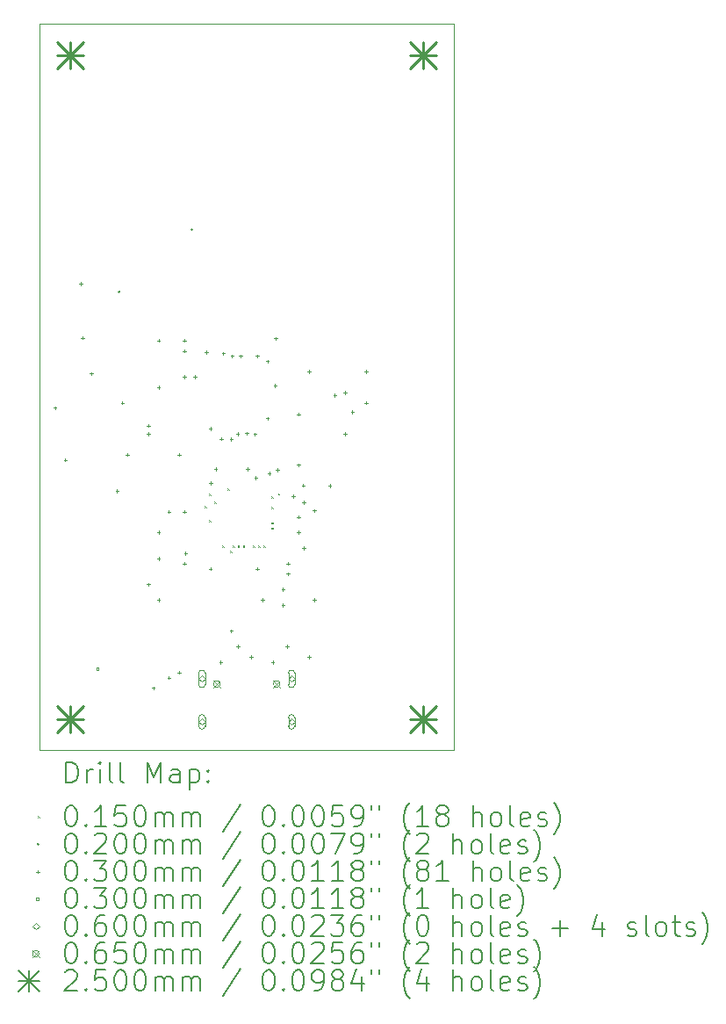
<source format=gbr>
%TF.GenerationSoftware,KiCad,Pcbnew,9.0.3*%
%TF.CreationDate,2025-07-18T23:55:13-07:00*%
%TF.ProjectId,kikard,6b696b61-7264-42e6-9b69-6361645f7063,rev?*%
%TF.SameCoordinates,Original*%
%TF.FileFunction,Drillmap*%
%TF.FilePolarity,Positive*%
%FSLAX45Y45*%
G04 Gerber Fmt 4.5, Leading zero omitted, Abs format (unit mm)*
G04 Created by KiCad (PCBNEW 9.0.3) date 2025-07-18 23:55:13*
%MOMM*%
%LPD*%
G01*
G04 APERTURE LIST*
%ADD10C,0.050000*%
%ADD11C,0.200000*%
%ADD12C,0.100000*%
%ADD13C,0.250000*%
G04 APERTURE END LIST*
D10*
X13000000Y-6500000D02*
X17000000Y-6500000D01*
X17000000Y-13500000D01*
X13000000Y-13500000D01*
X13000000Y-6500000D01*
D11*
D12*
X14592500Y-11142500D02*
X14607500Y-11157500D01*
X14607500Y-11142500D02*
X14592500Y-11157500D01*
X14637500Y-11027500D02*
X14652500Y-11042500D01*
X14652500Y-11027500D02*
X14637500Y-11042500D01*
X14637500Y-11277500D02*
X14652500Y-11292500D01*
X14652500Y-11277500D02*
X14637500Y-11292500D01*
X14687500Y-11102500D02*
X14702500Y-11117500D01*
X14702500Y-11102500D02*
X14687500Y-11117500D01*
X14762500Y-11527500D02*
X14777500Y-11542500D01*
X14777500Y-11527500D02*
X14762500Y-11542500D01*
X14812500Y-10977500D02*
X14827500Y-10992500D01*
X14827500Y-10977500D02*
X14812500Y-10992500D01*
X14837500Y-11577500D02*
X14852500Y-11592500D01*
X14852500Y-11577500D02*
X14837500Y-11592500D01*
X14862500Y-11527500D02*
X14877500Y-11542500D01*
X14877500Y-11527500D02*
X14862500Y-11542500D01*
X14912500Y-11527500D02*
X14927500Y-11542500D01*
X14927500Y-11527500D02*
X14912500Y-11542500D01*
X14962500Y-11527500D02*
X14977500Y-11542500D01*
X14977500Y-11527500D02*
X14962500Y-11542500D01*
X15062500Y-11527500D02*
X15077500Y-11542500D01*
X15077500Y-11527500D02*
X15062500Y-11542500D01*
X15112500Y-11527500D02*
X15127500Y-11542500D01*
X15127500Y-11527500D02*
X15112500Y-11542500D01*
X15162500Y-11527500D02*
X15177500Y-11542500D01*
X15177500Y-11527500D02*
X15162500Y-11542500D01*
X15237500Y-11052500D02*
X15252500Y-11067500D01*
X15252500Y-11052500D02*
X15237500Y-11067500D01*
X15237500Y-11152500D02*
X15252500Y-11167500D01*
X15252500Y-11152500D02*
X15237500Y-11167500D01*
X15237500Y-11302500D02*
X15252500Y-11317500D01*
X15252500Y-11302500D02*
X15237500Y-11317500D01*
X15237500Y-11352500D02*
X15252500Y-11367500D01*
X15252500Y-11352500D02*
X15237500Y-11367500D01*
X15302126Y-11021377D02*
X15317126Y-11036377D01*
X15317126Y-11021377D02*
X15302126Y-11036377D01*
X13780000Y-9080000D02*
G75*
G02*
X13760000Y-9080000I-10000J0D01*
G01*
X13760000Y-9080000D02*
G75*
G02*
X13780000Y-9080000I10000J0D01*
G01*
X14480000Y-8480000D02*
G75*
G02*
X14460000Y-8480000I-10000J0D01*
G01*
X14460000Y-8480000D02*
G75*
G02*
X14480000Y-8480000I10000J0D01*
G01*
X13150000Y-10185000D02*
X13150000Y-10215000D01*
X13135000Y-10200000D02*
X13165000Y-10200000D01*
X13250000Y-10685000D02*
X13250000Y-10715000D01*
X13235000Y-10700000D02*
X13265000Y-10700000D01*
X13400000Y-8985000D02*
X13400000Y-9015000D01*
X13385000Y-9000000D02*
X13415000Y-9000000D01*
X13415000Y-9508000D02*
X13415000Y-9538000D01*
X13400000Y-9523000D02*
X13430000Y-9523000D01*
X13500000Y-9853000D02*
X13500000Y-9883000D01*
X13485000Y-9868000D02*
X13515000Y-9868000D01*
X13750000Y-10985000D02*
X13750000Y-11015000D01*
X13735000Y-11000000D02*
X13765000Y-11000000D01*
X13800000Y-10135000D02*
X13800000Y-10165000D01*
X13785000Y-10150000D02*
X13815000Y-10150000D01*
X13850000Y-10635000D02*
X13850000Y-10665000D01*
X13835000Y-10650000D02*
X13865000Y-10650000D01*
X14050000Y-10355000D02*
X14050000Y-10385000D01*
X14035000Y-10370000D02*
X14065000Y-10370000D01*
X14050000Y-10435000D02*
X14050000Y-10465000D01*
X14035000Y-10450000D02*
X14065000Y-10450000D01*
X14050000Y-11885000D02*
X14050000Y-11915000D01*
X14035000Y-11900000D02*
X14065000Y-11900000D01*
X14100000Y-12885000D02*
X14100000Y-12915000D01*
X14085000Y-12900000D02*
X14115000Y-12900000D01*
X14150000Y-9535000D02*
X14150000Y-9565000D01*
X14135000Y-9550000D02*
X14165000Y-9550000D01*
X14150000Y-9985000D02*
X14150000Y-10015000D01*
X14135000Y-10000000D02*
X14165000Y-10000000D01*
X14150000Y-11385000D02*
X14150000Y-11415000D01*
X14135000Y-11400000D02*
X14165000Y-11400000D01*
X14150000Y-11635000D02*
X14150000Y-11665000D01*
X14135000Y-11650000D02*
X14165000Y-11650000D01*
X14150000Y-12035000D02*
X14150000Y-12065000D01*
X14135000Y-12050000D02*
X14165000Y-12050000D01*
X14250000Y-11185000D02*
X14250000Y-11215000D01*
X14235000Y-11200000D02*
X14265000Y-11200000D01*
X14250000Y-12785000D02*
X14250000Y-12815000D01*
X14235000Y-12800000D02*
X14265000Y-12800000D01*
X14350000Y-10635000D02*
X14350000Y-10665000D01*
X14335000Y-10650000D02*
X14365000Y-10650000D01*
X14350000Y-12735000D02*
X14350000Y-12765000D01*
X14335000Y-12750000D02*
X14365000Y-12750000D01*
X14400000Y-9535000D02*
X14400000Y-9565000D01*
X14385000Y-9550000D02*
X14415000Y-9550000D01*
X14400000Y-9635000D02*
X14400000Y-9665000D01*
X14385000Y-9650000D02*
X14415000Y-9650000D01*
X14400000Y-9885000D02*
X14400000Y-9915000D01*
X14385000Y-9900000D02*
X14415000Y-9900000D01*
X14400000Y-11185000D02*
X14400000Y-11215000D01*
X14385000Y-11200000D02*
X14415000Y-11200000D01*
X14400000Y-11685000D02*
X14400000Y-11715000D01*
X14385000Y-11700000D02*
X14415000Y-11700000D01*
X14410200Y-11585000D02*
X14410200Y-11615000D01*
X14395200Y-11600000D02*
X14425200Y-11600000D01*
X14500000Y-9885000D02*
X14500000Y-9915000D01*
X14485000Y-9900000D02*
X14515000Y-9900000D01*
X14612426Y-9647427D02*
X14612426Y-9677427D01*
X14597426Y-9662427D02*
X14627426Y-9662427D01*
X14650000Y-10385000D02*
X14650000Y-10415000D01*
X14635000Y-10400000D02*
X14665000Y-10400000D01*
X14650000Y-11735000D02*
X14650000Y-11765000D01*
X14635000Y-11750000D02*
X14665000Y-11750000D01*
X14654016Y-10906891D02*
X14654016Y-10936891D01*
X14639016Y-10921891D02*
X14669016Y-10921891D01*
X14700000Y-10775000D02*
X14700000Y-10805000D01*
X14685000Y-10790000D02*
X14715000Y-10790000D01*
X14750000Y-12635000D02*
X14750000Y-12665000D01*
X14735000Y-12650000D02*
X14765000Y-12650000D01*
X14754385Y-10482957D02*
X14754385Y-10512957D01*
X14739385Y-10497957D02*
X14769385Y-10497957D01*
X14775000Y-9660000D02*
X14775000Y-9690000D01*
X14760000Y-9675000D02*
X14790000Y-9675000D01*
X14850000Y-10485000D02*
X14850000Y-10515000D01*
X14835000Y-10500000D02*
X14865000Y-10500000D01*
X14850000Y-12335000D02*
X14850000Y-12365000D01*
X14835000Y-12350000D02*
X14865000Y-12350000D01*
X14860000Y-9685000D02*
X14860000Y-9715000D01*
X14845000Y-9700000D02*
X14875000Y-9700000D01*
X14911458Y-10433785D02*
X14911458Y-10463785D01*
X14896458Y-10448785D02*
X14926458Y-10448785D01*
X14915000Y-12485000D02*
X14915000Y-12515000D01*
X14900000Y-12500000D02*
X14930000Y-12500000D01*
X14940000Y-9685000D02*
X14940000Y-9715000D01*
X14925000Y-9700000D02*
X14955000Y-9700000D01*
X14999106Y-10429719D02*
X14999106Y-10459719D01*
X14984106Y-10444719D02*
X15014106Y-10444719D01*
X15010000Y-10775000D02*
X15010000Y-10805000D01*
X14995000Y-10790000D02*
X15025000Y-10790000D01*
X15040000Y-12585000D02*
X15040000Y-12615000D01*
X15025000Y-12600000D02*
X15055000Y-12600000D01*
X15078679Y-10437976D02*
X15078679Y-10467976D01*
X15063679Y-10452976D02*
X15093679Y-10452976D01*
X15086912Y-10856765D02*
X15086912Y-10886765D01*
X15071912Y-10871765D02*
X15101912Y-10871765D01*
X15100000Y-9685000D02*
X15100000Y-9715000D01*
X15085000Y-9700000D02*
X15115000Y-9700000D01*
X15100000Y-11735000D02*
X15100000Y-11765000D01*
X15085000Y-11750000D02*
X15115000Y-11750000D01*
X15150000Y-12035000D02*
X15150000Y-12065000D01*
X15135000Y-12050000D02*
X15165000Y-12050000D01*
X15200000Y-9735000D02*
X15200000Y-9765000D01*
X15185000Y-9750000D02*
X15215000Y-9750000D01*
X15200000Y-10285000D02*
X15200000Y-10315000D01*
X15185000Y-10300000D02*
X15215000Y-10300000D01*
X15217426Y-10817574D02*
X15217426Y-10847574D01*
X15202426Y-10832574D02*
X15232426Y-10832574D01*
X15250000Y-12635000D02*
X15250000Y-12665000D01*
X15235000Y-12650000D02*
X15265000Y-12650000D01*
X15273148Y-9969040D02*
X15273148Y-9999040D01*
X15258148Y-9984040D02*
X15288148Y-9984040D01*
X15280173Y-9515174D02*
X15280173Y-9545174D01*
X15265173Y-9530174D02*
X15295173Y-9530174D01*
X15297573Y-10782574D02*
X15297573Y-10812574D01*
X15282573Y-10797574D02*
X15312573Y-10797574D01*
X15350000Y-11935000D02*
X15350000Y-11965000D01*
X15335000Y-11950000D02*
X15365000Y-11950000D01*
X15350000Y-12085000D02*
X15350000Y-12115000D01*
X15335000Y-12100000D02*
X15365000Y-12100000D01*
X15390000Y-12485000D02*
X15390000Y-12515000D01*
X15375000Y-12500000D02*
X15405000Y-12500000D01*
X15400000Y-11685000D02*
X15400000Y-11715000D01*
X15385000Y-11700000D02*
X15415000Y-11700000D01*
X15400000Y-11785000D02*
X15400000Y-11815000D01*
X15385000Y-11800000D02*
X15415000Y-11800000D01*
X15450000Y-11035000D02*
X15450000Y-11065000D01*
X15435000Y-11050000D02*
X15465000Y-11050000D01*
X15500000Y-10245000D02*
X15500000Y-10275000D01*
X15485000Y-10260000D02*
X15515000Y-10260000D01*
X15500000Y-10735000D02*
X15500000Y-10765000D01*
X15485000Y-10750000D02*
X15515000Y-10750000D01*
X15500000Y-11235000D02*
X15500000Y-11265000D01*
X15485000Y-11250000D02*
X15515000Y-11250000D01*
X15500000Y-11385000D02*
X15500000Y-11415000D01*
X15485000Y-11400000D02*
X15515000Y-11400000D01*
X15545500Y-10930500D02*
X15545500Y-10960500D01*
X15530500Y-10945500D02*
X15560500Y-10945500D01*
X15550000Y-11095000D02*
X15550000Y-11125000D01*
X15535000Y-11110000D02*
X15565000Y-11110000D01*
X15550000Y-11535000D02*
X15550000Y-11565000D01*
X15535000Y-11550000D02*
X15565000Y-11550000D01*
X15600000Y-9835000D02*
X15600000Y-9865000D01*
X15585000Y-9850000D02*
X15615000Y-9850000D01*
X15600000Y-12585000D02*
X15600000Y-12615000D01*
X15585000Y-12600000D02*
X15615000Y-12600000D01*
X15650000Y-11175000D02*
X15650000Y-11205000D01*
X15635000Y-11190000D02*
X15665000Y-11190000D01*
X15650000Y-12035000D02*
X15650000Y-12065000D01*
X15635000Y-12050000D02*
X15665000Y-12050000D01*
X15800000Y-10935000D02*
X15800000Y-10965000D01*
X15785000Y-10950000D02*
X15815000Y-10950000D01*
X15850000Y-10060845D02*
X15850000Y-10090845D01*
X15835000Y-10075845D02*
X15865000Y-10075845D01*
X15950000Y-10035000D02*
X15950000Y-10065000D01*
X15935000Y-10050000D02*
X15965000Y-10050000D01*
X15950000Y-10435000D02*
X15950000Y-10465000D01*
X15935000Y-10450000D02*
X15965000Y-10450000D01*
X16020000Y-10225000D02*
X16020000Y-10255000D01*
X16005000Y-10240000D02*
X16035000Y-10240000D01*
X16150000Y-9835000D02*
X16150000Y-9865000D01*
X16135000Y-9850000D02*
X16165000Y-9850000D01*
X16150000Y-10135000D02*
X16150000Y-10165000D01*
X16135000Y-10150000D02*
X16165000Y-10150000D01*
X13573107Y-12725607D02*
X13573107Y-12704393D01*
X13551893Y-12704393D01*
X13551893Y-12725607D01*
X13573107Y-12725607D01*
X14568000Y-12841500D02*
X14598000Y-12811500D01*
X14568000Y-12781500D01*
X14538000Y-12811500D01*
X14568000Y-12841500D01*
X14538000Y-12756499D02*
X14538000Y-12866501D01*
X14598000Y-12866501D02*
G75*
G02*
X14538000Y-12866501I-30000J0D01*
G01*
X14598000Y-12866501D02*
X14598000Y-12756499D01*
X14598000Y-12756499D02*
G75*
G03*
X14538000Y-12756499I-30000J0D01*
G01*
X14568000Y-13256500D02*
X14598000Y-13226500D01*
X14568000Y-13196500D01*
X14538000Y-13226500D01*
X14568000Y-13256500D01*
X14538000Y-13186500D02*
X14538000Y-13266500D01*
X14598000Y-13266500D02*
G75*
G02*
X14538000Y-13266500I-30000J0D01*
G01*
X14598000Y-13266500D02*
X14598000Y-13186500D01*
X14598000Y-13186500D02*
G75*
G03*
X14538000Y-13186500I-30000J0D01*
G01*
X15432000Y-12841500D02*
X15462000Y-12811500D01*
X15432000Y-12781500D01*
X15402000Y-12811500D01*
X15432000Y-12841500D01*
X15402000Y-12756499D02*
X15402000Y-12866501D01*
X15462000Y-12866501D02*
G75*
G02*
X15402000Y-12866501I-30000J0D01*
G01*
X15462000Y-12866501D02*
X15462000Y-12756499D01*
X15462000Y-12756499D02*
G75*
G03*
X15402000Y-12756499I-30000J0D01*
G01*
X15432000Y-13256500D02*
X15462000Y-13226500D01*
X15432000Y-13196500D01*
X15402000Y-13226500D01*
X15432000Y-13256500D01*
X15402000Y-13186500D02*
X15402000Y-13266500D01*
X15462000Y-13266500D02*
G75*
G02*
X15402000Y-13266500I-30000J0D01*
G01*
X15462000Y-13266500D02*
X15462000Y-13186500D01*
X15462000Y-13186500D02*
G75*
G03*
X15402000Y-13186500I-30000J0D01*
G01*
X14678500Y-12829000D02*
X14743500Y-12894000D01*
X14743500Y-12829000D02*
X14678500Y-12894000D01*
X14743500Y-12861500D02*
G75*
G02*
X14678500Y-12861500I-32500J0D01*
G01*
X14678500Y-12861500D02*
G75*
G02*
X14743500Y-12861500I32500J0D01*
G01*
X15256500Y-12829000D02*
X15321500Y-12894000D01*
X15321500Y-12829000D02*
X15256500Y-12894000D01*
X15321500Y-12861500D02*
G75*
G02*
X15256500Y-12861500I-32500J0D01*
G01*
X15256500Y-12861500D02*
G75*
G02*
X15321500Y-12861500I32500J0D01*
G01*
D13*
X13175000Y-6675000D02*
X13425000Y-6925000D01*
X13425000Y-6675000D02*
X13175000Y-6925000D01*
X13300000Y-6675000D02*
X13300000Y-6925000D01*
X13175000Y-6800000D02*
X13425000Y-6800000D01*
X13175000Y-13075000D02*
X13425000Y-13325000D01*
X13425000Y-13075000D02*
X13175000Y-13325000D01*
X13300000Y-13075000D02*
X13300000Y-13325000D01*
X13175000Y-13200000D02*
X13425000Y-13200000D01*
X16575000Y-6675000D02*
X16825000Y-6925000D01*
X16825000Y-6675000D02*
X16575000Y-6925000D01*
X16700000Y-6675000D02*
X16700000Y-6925000D01*
X16575000Y-6800000D02*
X16825000Y-6800000D01*
X16575000Y-13075000D02*
X16825000Y-13325000D01*
X16825000Y-13075000D02*
X16575000Y-13325000D01*
X16700000Y-13075000D02*
X16700000Y-13325000D01*
X16575000Y-13200000D02*
X16825000Y-13200000D01*
D11*
X13258277Y-13813984D02*
X13258277Y-13613984D01*
X13258277Y-13613984D02*
X13305896Y-13613984D01*
X13305896Y-13613984D02*
X13334467Y-13623508D01*
X13334467Y-13623508D02*
X13353515Y-13642555D01*
X13353515Y-13642555D02*
X13363039Y-13661603D01*
X13363039Y-13661603D02*
X13372562Y-13699698D01*
X13372562Y-13699698D02*
X13372562Y-13728269D01*
X13372562Y-13728269D02*
X13363039Y-13766365D01*
X13363039Y-13766365D02*
X13353515Y-13785412D01*
X13353515Y-13785412D02*
X13334467Y-13804460D01*
X13334467Y-13804460D02*
X13305896Y-13813984D01*
X13305896Y-13813984D02*
X13258277Y-13813984D01*
X13458277Y-13813984D02*
X13458277Y-13680650D01*
X13458277Y-13718746D02*
X13467801Y-13699698D01*
X13467801Y-13699698D02*
X13477324Y-13690174D01*
X13477324Y-13690174D02*
X13496372Y-13680650D01*
X13496372Y-13680650D02*
X13515420Y-13680650D01*
X13582086Y-13813984D02*
X13582086Y-13680650D01*
X13582086Y-13613984D02*
X13572562Y-13623508D01*
X13572562Y-13623508D02*
X13582086Y-13633031D01*
X13582086Y-13633031D02*
X13591610Y-13623508D01*
X13591610Y-13623508D02*
X13582086Y-13613984D01*
X13582086Y-13613984D02*
X13582086Y-13633031D01*
X13705896Y-13813984D02*
X13686848Y-13804460D01*
X13686848Y-13804460D02*
X13677324Y-13785412D01*
X13677324Y-13785412D02*
X13677324Y-13613984D01*
X13810658Y-13813984D02*
X13791610Y-13804460D01*
X13791610Y-13804460D02*
X13782086Y-13785412D01*
X13782086Y-13785412D02*
X13782086Y-13613984D01*
X14039229Y-13813984D02*
X14039229Y-13613984D01*
X14039229Y-13613984D02*
X14105896Y-13756841D01*
X14105896Y-13756841D02*
X14172562Y-13613984D01*
X14172562Y-13613984D02*
X14172562Y-13813984D01*
X14353515Y-13813984D02*
X14353515Y-13709222D01*
X14353515Y-13709222D02*
X14343991Y-13690174D01*
X14343991Y-13690174D02*
X14324943Y-13680650D01*
X14324943Y-13680650D02*
X14286848Y-13680650D01*
X14286848Y-13680650D02*
X14267801Y-13690174D01*
X14353515Y-13804460D02*
X14334467Y-13813984D01*
X14334467Y-13813984D02*
X14286848Y-13813984D01*
X14286848Y-13813984D02*
X14267801Y-13804460D01*
X14267801Y-13804460D02*
X14258277Y-13785412D01*
X14258277Y-13785412D02*
X14258277Y-13766365D01*
X14258277Y-13766365D02*
X14267801Y-13747317D01*
X14267801Y-13747317D02*
X14286848Y-13737793D01*
X14286848Y-13737793D02*
X14334467Y-13737793D01*
X14334467Y-13737793D02*
X14353515Y-13728269D01*
X14448753Y-13680650D02*
X14448753Y-13880650D01*
X14448753Y-13690174D02*
X14467801Y-13680650D01*
X14467801Y-13680650D02*
X14505896Y-13680650D01*
X14505896Y-13680650D02*
X14524943Y-13690174D01*
X14524943Y-13690174D02*
X14534467Y-13699698D01*
X14534467Y-13699698D02*
X14543991Y-13718746D01*
X14543991Y-13718746D02*
X14543991Y-13775888D01*
X14543991Y-13775888D02*
X14534467Y-13794936D01*
X14534467Y-13794936D02*
X14524943Y-13804460D01*
X14524943Y-13804460D02*
X14505896Y-13813984D01*
X14505896Y-13813984D02*
X14467801Y-13813984D01*
X14467801Y-13813984D02*
X14448753Y-13804460D01*
X14629705Y-13794936D02*
X14639229Y-13804460D01*
X14639229Y-13804460D02*
X14629705Y-13813984D01*
X14629705Y-13813984D02*
X14620182Y-13804460D01*
X14620182Y-13804460D02*
X14629705Y-13794936D01*
X14629705Y-13794936D02*
X14629705Y-13813984D01*
X14629705Y-13690174D02*
X14639229Y-13699698D01*
X14639229Y-13699698D02*
X14629705Y-13709222D01*
X14629705Y-13709222D02*
X14620182Y-13699698D01*
X14620182Y-13699698D02*
X14629705Y-13690174D01*
X14629705Y-13690174D02*
X14629705Y-13709222D01*
D12*
X12982500Y-14135000D02*
X12997500Y-14150000D01*
X12997500Y-14135000D02*
X12982500Y-14150000D01*
D11*
X13296372Y-14033984D02*
X13315420Y-14033984D01*
X13315420Y-14033984D02*
X13334467Y-14043508D01*
X13334467Y-14043508D02*
X13343991Y-14053031D01*
X13343991Y-14053031D02*
X13353515Y-14072079D01*
X13353515Y-14072079D02*
X13363039Y-14110174D01*
X13363039Y-14110174D02*
X13363039Y-14157793D01*
X13363039Y-14157793D02*
X13353515Y-14195888D01*
X13353515Y-14195888D02*
X13343991Y-14214936D01*
X13343991Y-14214936D02*
X13334467Y-14224460D01*
X13334467Y-14224460D02*
X13315420Y-14233984D01*
X13315420Y-14233984D02*
X13296372Y-14233984D01*
X13296372Y-14233984D02*
X13277324Y-14224460D01*
X13277324Y-14224460D02*
X13267801Y-14214936D01*
X13267801Y-14214936D02*
X13258277Y-14195888D01*
X13258277Y-14195888D02*
X13248753Y-14157793D01*
X13248753Y-14157793D02*
X13248753Y-14110174D01*
X13248753Y-14110174D02*
X13258277Y-14072079D01*
X13258277Y-14072079D02*
X13267801Y-14053031D01*
X13267801Y-14053031D02*
X13277324Y-14043508D01*
X13277324Y-14043508D02*
X13296372Y-14033984D01*
X13448753Y-14214936D02*
X13458277Y-14224460D01*
X13458277Y-14224460D02*
X13448753Y-14233984D01*
X13448753Y-14233984D02*
X13439229Y-14224460D01*
X13439229Y-14224460D02*
X13448753Y-14214936D01*
X13448753Y-14214936D02*
X13448753Y-14233984D01*
X13648753Y-14233984D02*
X13534467Y-14233984D01*
X13591610Y-14233984D02*
X13591610Y-14033984D01*
X13591610Y-14033984D02*
X13572562Y-14062555D01*
X13572562Y-14062555D02*
X13553515Y-14081603D01*
X13553515Y-14081603D02*
X13534467Y-14091127D01*
X13829705Y-14033984D02*
X13734467Y-14033984D01*
X13734467Y-14033984D02*
X13724943Y-14129222D01*
X13724943Y-14129222D02*
X13734467Y-14119698D01*
X13734467Y-14119698D02*
X13753515Y-14110174D01*
X13753515Y-14110174D02*
X13801134Y-14110174D01*
X13801134Y-14110174D02*
X13820182Y-14119698D01*
X13820182Y-14119698D02*
X13829705Y-14129222D01*
X13829705Y-14129222D02*
X13839229Y-14148269D01*
X13839229Y-14148269D02*
X13839229Y-14195888D01*
X13839229Y-14195888D02*
X13829705Y-14214936D01*
X13829705Y-14214936D02*
X13820182Y-14224460D01*
X13820182Y-14224460D02*
X13801134Y-14233984D01*
X13801134Y-14233984D02*
X13753515Y-14233984D01*
X13753515Y-14233984D02*
X13734467Y-14224460D01*
X13734467Y-14224460D02*
X13724943Y-14214936D01*
X13963039Y-14033984D02*
X13982086Y-14033984D01*
X13982086Y-14033984D02*
X14001134Y-14043508D01*
X14001134Y-14043508D02*
X14010658Y-14053031D01*
X14010658Y-14053031D02*
X14020182Y-14072079D01*
X14020182Y-14072079D02*
X14029705Y-14110174D01*
X14029705Y-14110174D02*
X14029705Y-14157793D01*
X14029705Y-14157793D02*
X14020182Y-14195888D01*
X14020182Y-14195888D02*
X14010658Y-14214936D01*
X14010658Y-14214936D02*
X14001134Y-14224460D01*
X14001134Y-14224460D02*
X13982086Y-14233984D01*
X13982086Y-14233984D02*
X13963039Y-14233984D01*
X13963039Y-14233984D02*
X13943991Y-14224460D01*
X13943991Y-14224460D02*
X13934467Y-14214936D01*
X13934467Y-14214936D02*
X13924943Y-14195888D01*
X13924943Y-14195888D02*
X13915420Y-14157793D01*
X13915420Y-14157793D02*
X13915420Y-14110174D01*
X13915420Y-14110174D02*
X13924943Y-14072079D01*
X13924943Y-14072079D02*
X13934467Y-14053031D01*
X13934467Y-14053031D02*
X13943991Y-14043508D01*
X13943991Y-14043508D02*
X13963039Y-14033984D01*
X14115420Y-14233984D02*
X14115420Y-14100650D01*
X14115420Y-14119698D02*
X14124943Y-14110174D01*
X14124943Y-14110174D02*
X14143991Y-14100650D01*
X14143991Y-14100650D02*
X14172563Y-14100650D01*
X14172563Y-14100650D02*
X14191610Y-14110174D01*
X14191610Y-14110174D02*
X14201134Y-14129222D01*
X14201134Y-14129222D02*
X14201134Y-14233984D01*
X14201134Y-14129222D02*
X14210658Y-14110174D01*
X14210658Y-14110174D02*
X14229705Y-14100650D01*
X14229705Y-14100650D02*
X14258277Y-14100650D01*
X14258277Y-14100650D02*
X14277324Y-14110174D01*
X14277324Y-14110174D02*
X14286848Y-14129222D01*
X14286848Y-14129222D02*
X14286848Y-14233984D01*
X14382086Y-14233984D02*
X14382086Y-14100650D01*
X14382086Y-14119698D02*
X14391610Y-14110174D01*
X14391610Y-14110174D02*
X14410658Y-14100650D01*
X14410658Y-14100650D02*
X14439229Y-14100650D01*
X14439229Y-14100650D02*
X14458277Y-14110174D01*
X14458277Y-14110174D02*
X14467801Y-14129222D01*
X14467801Y-14129222D02*
X14467801Y-14233984D01*
X14467801Y-14129222D02*
X14477324Y-14110174D01*
X14477324Y-14110174D02*
X14496372Y-14100650D01*
X14496372Y-14100650D02*
X14524943Y-14100650D01*
X14524943Y-14100650D02*
X14543991Y-14110174D01*
X14543991Y-14110174D02*
X14553515Y-14129222D01*
X14553515Y-14129222D02*
X14553515Y-14233984D01*
X14943991Y-14024460D02*
X14772563Y-14281603D01*
X15201134Y-14033984D02*
X15220182Y-14033984D01*
X15220182Y-14033984D02*
X15239229Y-14043508D01*
X15239229Y-14043508D02*
X15248753Y-14053031D01*
X15248753Y-14053031D02*
X15258277Y-14072079D01*
X15258277Y-14072079D02*
X15267801Y-14110174D01*
X15267801Y-14110174D02*
X15267801Y-14157793D01*
X15267801Y-14157793D02*
X15258277Y-14195888D01*
X15258277Y-14195888D02*
X15248753Y-14214936D01*
X15248753Y-14214936D02*
X15239229Y-14224460D01*
X15239229Y-14224460D02*
X15220182Y-14233984D01*
X15220182Y-14233984D02*
X15201134Y-14233984D01*
X15201134Y-14233984D02*
X15182086Y-14224460D01*
X15182086Y-14224460D02*
X15172563Y-14214936D01*
X15172563Y-14214936D02*
X15163039Y-14195888D01*
X15163039Y-14195888D02*
X15153515Y-14157793D01*
X15153515Y-14157793D02*
X15153515Y-14110174D01*
X15153515Y-14110174D02*
X15163039Y-14072079D01*
X15163039Y-14072079D02*
X15172563Y-14053031D01*
X15172563Y-14053031D02*
X15182086Y-14043508D01*
X15182086Y-14043508D02*
X15201134Y-14033984D01*
X15353515Y-14214936D02*
X15363039Y-14224460D01*
X15363039Y-14224460D02*
X15353515Y-14233984D01*
X15353515Y-14233984D02*
X15343991Y-14224460D01*
X15343991Y-14224460D02*
X15353515Y-14214936D01*
X15353515Y-14214936D02*
X15353515Y-14233984D01*
X15486848Y-14033984D02*
X15505896Y-14033984D01*
X15505896Y-14033984D02*
X15524944Y-14043508D01*
X15524944Y-14043508D02*
X15534467Y-14053031D01*
X15534467Y-14053031D02*
X15543991Y-14072079D01*
X15543991Y-14072079D02*
X15553515Y-14110174D01*
X15553515Y-14110174D02*
X15553515Y-14157793D01*
X15553515Y-14157793D02*
X15543991Y-14195888D01*
X15543991Y-14195888D02*
X15534467Y-14214936D01*
X15534467Y-14214936D02*
X15524944Y-14224460D01*
X15524944Y-14224460D02*
X15505896Y-14233984D01*
X15505896Y-14233984D02*
X15486848Y-14233984D01*
X15486848Y-14233984D02*
X15467801Y-14224460D01*
X15467801Y-14224460D02*
X15458277Y-14214936D01*
X15458277Y-14214936D02*
X15448753Y-14195888D01*
X15448753Y-14195888D02*
X15439229Y-14157793D01*
X15439229Y-14157793D02*
X15439229Y-14110174D01*
X15439229Y-14110174D02*
X15448753Y-14072079D01*
X15448753Y-14072079D02*
X15458277Y-14053031D01*
X15458277Y-14053031D02*
X15467801Y-14043508D01*
X15467801Y-14043508D02*
X15486848Y-14033984D01*
X15677325Y-14033984D02*
X15696372Y-14033984D01*
X15696372Y-14033984D02*
X15715420Y-14043508D01*
X15715420Y-14043508D02*
X15724944Y-14053031D01*
X15724944Y-14053031D02*
X15734467Y-14072079D01*
X15734467Y-14072079D02*
X15743991Y-14110174D01*
X15743991Y-14110174D02*
X15743991Y-14157793D01*
X15743991Y-14157793D02*
X15734467Y-14195888D01*
X15734467Y-14195888D02*
X15724944Y-14214936D01*
X15724944Y-14214936D02*
X15715420Y-14224460D01*
X15715420Y-14224460D02*
X15696372Y-14233984D01*
X15696372Y-14233984D02*
X15677325Y-14233984D01*
X15677325Y-14233984D02*
X15658277Y-14224460D01*
X15658277Y-14224460D02*
X15648753Y-14214936D01*
X15648753Y-14214936D02*
X15639229Y-14195888D01*
X15639229Y-14195888D02*
X15629706Y-14157793D01*
X15629706Y-14157793D02*
X15629706Y-14110174D01*
X15629706Y-14110174D02*
X15639229Y-14072079D01*
X15639229Y-14072079D02*
X15648753Y-14053031D01*
X15648753Y-14053031D02*
X15658277Y-14043508D01*
X15658277Y-14043508D02*
X15677325Y-14033984D01*
X15924944Y-14033984D02*
X15829706Y-14033984D01*
X15829706Y-14033984D02*
X15820182Y-14129222D01*
X15820182Y-14129222D02*
X15829706Y-14119698D01*
X15829706Y-14119698D02*
X15848753Y-14110174D01*
X15848753Y-14110174D02*
X15896372Y-14110174D01*
X15896372Y-14110174D02*
X15915420Y-14119698D01*
X15915420Y-14119698D02*
X15924944Y-14129222D01*
X15924944Y-14129222D02*
X15934467Y-14148269D01*
X15934467Y-14148269D02*
X15934467Y-14195888D01*
X15934467Y-14195888D02*
X15924944Y-14214936D01*
X15924944Y-14214936D02*
X15915420Y-14224460D01*
X15915420Y-14224460D02*
X15896372Y-14233984D01*
X15896372Y-14233984D02*
X15848753Y-14233984D01*
X15848753Y-14233984D02*
X15829706Y-14224460D01*
X15829706Y-14224460D02*
X15820182Y-14214936D01*
X16029706Y-14233984D02*
X16067801Y-14233984D01*
X16067801Y-14233984D02*
X16086848Y-14224460D01*
X16086848Y-14224460D02*
X16096372Y-14214936D01*
X16096372Y-14214936D02*
X16115420Y-14186365D01*
X16115420Y-14186365D02*
X16124944Y-14148269D01*
X16124944Y-14148269D02*
X16124944Y-14072079D01*
X16124944Y-14072079D02*
X16115420Y-14053031D01*
X16115420Y-14053031D02*
X16105896Y-14043508D01*
X16105896Y-14043508D02*
X16086848Y-14033984D01*
X16086848Y-14033984D02*
X16048753Y-14033984D01*
X16048753Y-14033984D02*
X16029706Y-14043508D01*
X16029706Y-14043508D02*
X16020182Y-14053031D01*
X16020182Y-14053031D02*
X16010658Y-14072079D01*
X16010658Y-14072079D02*
X16010658Y-14119698D01*
X16010658Y-14119698D02*
X16020182Y-14138746D01*
X16020182Y-14138746D02*
X16029706Y-14148269D01*
X16029706Y-14148269D02*
X16048753Y-14157793D01*
X16048753Y-14157793D02*
X16086848Y-14157793D01*
X16086848Y-14157793D02*
X16105896Y-14148269D01*
X16105896Y-14148269D02*
X16115420Y-14138746D01*
X16115420Y-14138746D02*
X16124944Y-14119698D01*
X16201134Y-14033984D02*
X16201134Y-14072079D01*
X16277325Y-14033984D02*
X16277325Y-14072079D01*
X16572563Y-14310174D02*
X16563039Y-14300650D01*
X16563039Y-14300650D02*
X16543991Y-14272079D01*
X16543991Y-14272079D02*
X16534468Y-14253031D01*
X16534468Y-14253031D02*
X16524944Y-14224460D01*
X16524944Y-14224460D02*
X16515420Y-14176841D01*
X16515420Y-14176841D02*
X16515420Y-14138746D01*
X16515420Y-14138746D02*
X16524944Y-14091127D01*
X16524944Y-14091127D02*
X16534468Y-14062555D01*
X16534468Y-14062555D02*
X16543991Y-14043508D01*
X16543991Y-14043508D02*
X16563039Y-14014936D01*
X16563039Y-14014936D02*
X16572563Y-14005412D01*
X16753515Y-14233984D02*
X16639229Y-14233984D01*
X16696372Y-14233984D02*
X16696372Y-14033984D01*
X16696372Y-14033984D02*
X16677325Y-14062555D01*
X16677325Y-14062555D02*
X16658277Y-14081603D01*
X16658277Y-14081603D02*
X16639229Y-14091127D01*
X16867801Y-14119698D02*
X16848753Y-14110174D01*
X16848753Y-14110174D02*
X16839230Y-14100650D01*
X16839230Y-14100650D02*
X16829706Y-14081603D01*
X16829706Y-14081603D02*
X16829706Y-14072079D01*
X16829706Y-14072079D02*
X16839230Y-14053031D01*
X16839230Y-14053031D02*
X16848753Y-14043508D01*
X16848753Y-14043508D02*
X16867801Y-14033984D01*
X16867801Y-14033984D02*
X16905896Y-14033984D01*
X16905896Y-14033984D02*
X16924944Y-14043508D01*
X16924944Y-14043508D02*
X16934468Y-14053031D01*
X16934468Y-14053031D02*
X16943991Y-14072079D01*
X16943991Y-14072079D02*
X16943991Y-14081603D01*
X16943991Y-14081603D02*
X16934468Y-14100650D01*
X16934468Y-14100650D02*
X16924944Y-14110174D01*
X16924944Y-14110174D02*
X16905896Y-14119698D01*
X16905896Y-14119698D02*
X16867801Y-14119698D01*
X16867801Y-14119698D02*
X16848753Y-14129222D01*
X16848753Y-14129222D02*
X16839230Y-14138746D01*
X16839230Y-14138746D02*
X16829706Y-14157793D01*
X16829706Y-14157793D02*
X16829706Y-14195888D01*
X16829706Y-14195888D02*
X16839230Y-14214936D01*
X16839230Y-14214936D02*
X16848753Y-14224460D01*
X16848753Y-14224460D02*
X16867801Y-14233984D01*
X16867801Y-14233984D02*
X16905896Y-14233984D01*
X16905896Y-14233984D02*
X16924944Y-14224460D01*
X16924944Y-14224460D02*
X16934468Y-14214936D01*
X16934468Y-14214936D02*
X16943991Y-14195888D01*
X16943991Y-14195888D02*
X16943991Y-14157793D01*
X16943991Y-14157793D02*
X16934468Y-14138746D01*
X16934468Y-14138746D02*
X16924944Y-14129222D01*
X16924944Y-14129222D02*
X16905896Y-14119698D01*
X17182087Y-14233984D02*
X17182087Y-14033984D01*
X17267801Y-14233984D02*
X17267801Y-14129222D01*
X17267801Y-14129222D02*
X17258277Y-14110174D01*
X17258277Y-14110174D02*
X17239230Y-14100650D01*
X17239230Y-14100650D02*
X17210658Y-14100650D01*
X17210658Y-14100650D02*
X17191611Y-14110174D01*
X17191611Y-14110174D02*
X17182087Y-14119698D01*
X17391611Y-14233984D02*
X17372563Y-14224460D01*
X17372563Y-14224460D02*
X17363039Y-14214936D01*
X17363039Y-14214936D02*
X17353515Y-14195888D01*
X17353515Y-14195888D02*
X17353515Y-14138746D01*
X17353515Y-14138746D02*
X17363039Y-14119698D01*
X17363039Y-14119698D02*
X17372563Y-14110174D01*
X17372563Y-14110174D02*
X17391611Y-14100650D01*
X17391611Y-14100650D02*
X17420182Y-14100650D01*
X17420182Y-14100650D02*
X17439230Y-14110174D01*
X17439230Y-14110174D02*
X17448753Y-14119698D01*
X17448753Y-14119698D02*
X17458277Y-14138746D01*
X17458277Y-14138746D02*
X17458277Y-14195888D01*
X17458277Y-14195888D02*
X17448753Y-14214936D01*
X17448753Y-14214936D02*
X17439230Y-14224460D01*
X17439230Y-14224460D02*
X17420182Y-14233984D01*
X17420182Y-14233984D02*
X17391611Y-14233984D01*
X17572563Y-14233984D02*
X17553515Y-14224460D01*
X17553515Y-14224460D02*
X17543992Y-14205412D01*
X17543992Y-14205412D02*
X17543992Y-14033984D01*
X17724944Y-14224460D02*
X17705896Y-14233984D01*
X17705896Y-14233984D02*
X17667801Y-14233984D01*
X17667801Y-14233984D02*
X17648753Y-14224460D01*
X17648753Y-14224460D02*
X17639230Y-14205412D01*
X17639230Y-14205412D02*
X17639230Y-14129222D01*
X17639230Y-14129222D02*
X17648753Y-14110174D01*
X17648753Y-14110174D02*
X17667801Y-14100650D01*
X17667801Y-14100650D02*
X17705896Y-14100650D01*
X17705896Y-14100650D02*
X17724944Y-14110174D01*
X17724944Y-14110174D02*
X17734468Y-14129222D01*
X17734468Y-14129222D02*
X17734468Y-14148269D01*
X17734468Y-14148269D02*
X17639230Y-14167317D01*
X17810658Y-14224460D02*
X17829706Y-14233984D01*
X17829706Y-14233984D02*
X17867801Y-14233984D01*
X17867801Y-14233984D02*
X17886849Y-14224460D01*
X17886849Y-14224460D02*
X17896373Y-14205412D01*
X17896373Y-14205412D02*
X17896373Y-14195888D01*
X17896373Y-14195888D02*
X17886849Y-14176841D01*
X17886849Y-14176841D02*
X17867801Y-14167317D01*
X17867801Y-14167317D02*
X17839230Y-14167317D01*
X17839230Y-14167317D02*
X17820182Y-14157793D01*
X17820182Y-14157793D02*
X17810658Y-14138746D01*
X17810658Y-14138746D02*
X17810658Y-14129222D01*
X17810658Y-14129222D02*
X17820182Y-14110174D01*
X17820182Y-14110174D02*
X17839230Y-14100650D01*
X17839230Y-14100650D02*
X17867801Y-14100650D01*
X17867801Y-14100650D02*
X17886849Y-14110174D01*
X17963039Y-14310174D02*
X17972563Y-14300650D01*
X17972563Y-14300650D02*
X17991611Y-14272079D01*
X17991611Y-14272079D02*
X18001134Y-14253031D01*
X18001134Y-14253031D02*
X18010658Y-14224460D01*
X18010658Y-14224460D02*
X18020182Y-14176841D01*
X18020182Y-14176841D02*
X18020182Y-14138746D01*
X18020182Y-14138746D02*
X18010658Y-14091127D01*
X18010658Y-14091127D02*
X18001134Y-14062555D01*
X18001134Y-14062555D02*
X17991611Y-14043508D01*
X17991611Y-14043508D02*
X17972563Y-14014936D01*
X17972563Y-14014936D02*
X17963039Y-14005412D01*
D12*
X12997500Y-14406500D02*
G75*
G02*
X12977500Y-14406500I-10000J0D01*
G01*
X12977500Y-14406500D02*
G75*
G02*
X12997500Y-14406500I10000J0D01*
G01*
D11*
X13296372Y-14297984D02*
X13315420Y-14297984D01*
X13315420Y-14297984D02*
X13334467Y-14307508D01*
X13334467Y-14307508D02*
X13343991Y-14317031D01*
X13343991Y-14317031D02*
X13353515Y-14336079D01*
X13353515Y-14336079D02*
X13363039Y-14374174D01*
X13363039Y-14374174D02*
X13363039Y-14421793D01*
X13363039Y-14421793D02*
X13353515Y-14459888D01*
X13353515Y-14459888D02*
X13343991Y-14478936D01*
X13343991Y-14478936D02*
X13334467Y-14488460D01*
X13334467Y-14488460D02*
X13315420Y-14497984D01*
X13315420Y-14497984D02*
X13296372Y-14497984D01*
X13296372Y-14497984D02*
X13277324Y-14488460D01*
X13277324Y-14488460D02*
X13267801Y-14478936D01*
X13267801Y-14478936D02*
X13258277Y-14459888D01*
X13258277Y-14459888D02*
X13248753Y-14421793D01*
X13248753Y-14421793D02*
X13248753Y-14374174D01*
X13248753Y-14374174D02*
X13258277Y-14336079D01*
X13258277Y-14336079D02*
X13267801Y-14317031D01*
X13267801Y-14317031D02*
X13277324Y-14307508D01*
X13277324Y-14307508D02*
X13296372Y-14297984D01*
X13448753Y-14478936D02*
X13458277Y-14488460D01*
X13458277Y-14488460D02*
X13448753Y-14497984D01*
X13448753Y-14497984D02*
X13439229Y-14488460D01*
X13439229Y-14488460D02*
X13448753Y-14478936D01*
X13448753Y-14478936D02*
X13448753Y-14497984D01*
X13534467Y-14317031D02*
X13543991Y-14307508D01*
X13543991Y-14307508D02*
X13563039Y-14297984D01*
X13563039Y-14297984D02*
X13610658Y-14297984D01*
X13610658Y-14297984D02*
X13629705Y-14307508D01*
X13629705Y-14307508D02*
X13639229Y-14317031D01*
X13639229Y-14317031D02*
X13648753Y-14336079D01*
X13648753Y-14336079D02*
X13648753Y-14355127D01*
X13648753Y-14355127D02*
X13639229Y-14383698D01*
X13639229Y-14383698D02*
X13524943Y-14497984D01*
X13524943Y-14497984D02*
X13648753Y-14497984D01*
X13772562Y-14297984D02*
X13791610Y-14297984D01*
X13791610Y-14297984D02*
X13810658Y-14307508D01*
X13810658Y-14307508D02*
X13820182Y-14317031D01*
X13820182Y-14317031D02*
X13829705Y-14336079D01*
X13829705Y-14336079D02*
X13839229Y-14374174D01*
X13839229Y-14374174D02*
X13839229Y-14421793D01*
X13839229Y-14421793D02*
X13829705Y-14459888D01*
X13829705Y-14459888D02*
X13820182Y-14478936D01*
X13820182Y-14478936D02*
X13810658Y-14488460D01*
X13810658Y-14488460D02*
X13791610Y-14497984D01*
X13791610Y-14497984D02*
X13772562Y-14497984D01*
X13772562Y-14497984D02*
X13753515Y-14488460D01*
X13753515Y-14488460D02*
X13743991Y-14478936D01*
X13743991Y-14478936D02*
X13734467Y-14459888D01*
X13734467Y-14459888D02*
X13724943Y-14421793D01*
X13724943Y-14421793D02*
X13724943Y-14374174D01*
X13724943Y-14374174D02*
X13734467Y-14336079D01*
X13734467Y-14336079D02*
X13743991Y-14317031D01*
X13743991Y-14317031D02*
X13753515Y-14307508D01*
X13753515Y-14307508D02*
X13772562Y-14297984D01*
X13963039Y-14297984D02*
X13982086Y-14297984D01*
X13982086Y-14297984D02*
X14001134Y-14307508D01*
X14001134Y-14307508D02*
X14010658Y-14317031D01*
X14010658Y-14317031D02*
X14020182Y-14336079D01*
X14020182Y-14336079D02*
X14029705Y-14374174D01*
X14029705Y-14374174D02*
X14029705Y-14421793D01*
X14029705Y-14421793D02*
X14020182Y-14459888D01*
X14020182Y-14459888D02*
X14010658Y-14478936D01*
X14010658Y-14478936D02*
X14001134Y-14488460D01*
X14001134Y-14488460D02*
X13982086Y-14497984D01*
X13982086Y-14497984D02*
X13963039Y-14497984D01*
X13963039Y-14497984D02*
X13943991Y-14488460D01*
X13943991Y-14488460D02*
X13934467Y-14478936D01*
X13934467Y-14478936D02*
X13924943Y-14459888D01*
X13924943Y-14459888D02*
X13915420Y-14421793D01*
X13915420Y-14421793D02*
X13915420Y-14374174D01*
X13915420Y-14374174D02*
X13924943Y-14336079D01*
X13924943Y-14336079D02*
X13934467Y-14317031D01*
X13934467Y-14317031D02*
X13943991Y-14307508D01*
X13943991Y-14307508D02*
X13963039Y-14297984D01*
X14115420Y-14497984D02*
X14115420Y-14364650D01*
X14115420Y-14383698D02*
X14124943Y-14374174D01*
X14124943Y-14374174D02*
X14143991Y-14364650D01*
X14143991Y-14364650D02*
X14172563Y-14364650D01*
X14172563Y-14364650D02*
X14191610Y-14374174D01*
X14191610Y-14374174D02*
X14201134Y-14393222D01*
X14201134Y-14393222D02*
X14201134Y-14497984D01*
X14201134Y-14393222D02*
X14210658Y-14374174D01*
X14210658Y-14374174D02*
X14229705Y-14364650D01*
X14229705Y-14364650D02*
X14258277Y-14364650D01*
X14258277Y-14364650D02*
X14277324Y-14374174D01*
X14277324Y-14374174D02*
X14286848Y-14393222D01*
X14286848Y-14393222D02*
X14286848Y-14497984D01*
X14382086Y-14497984D02*
X14382086Y-14364650D01*
X14382086Y-14383698D02*
X14391610Y-14374174D01*
X14391610Y-14374174D02*
X14410658Y-14364650D01*
X14410658Y-14364650D02*
X14439229Y-14364650D01*
X14439229Y-14364650D02*
X14458277Y-14374174D01*
X14458277Y-14374174D02*
X14467801Y-14393222D01*
X14467801Y-14393222D02*
X14467801Y-14497984D01*
X14467801Y-14393222D02*
X14477324Y-14374174D01*
X14477324Y-14374174D02*
X14496372Y-14364650D01*
X14496372Y-14364650D02*
X14524943Y-14364650D01*
X14524943Y-14364650D02*
X14543991Y-14374174D01*
X14543991Y-14374174D02*
X14553515Y-14393222D01*
X14553515Y-14393222D02*
X14553515Y-14497984D01*
X14943991Y-14288460D02*
X14772563Y-14545603D01*
X15201134Y-14297984D02*
X15220182Y-14297984D01*
X15220182Y-14297984D02*
X15239229Y-14307508D01*
X15239229Y-14307508D02*
X15248753Y-14317031D01*
X15248753Y-14317031D02*
X15258277Y-14336079D01*
X15258277Y-14336079D02*
X15267801Y-14374174D01*
X15267801Y-14374174D02*
X15267801Y-14421793D01*
X15267801Y-14421793D02*
X15258277Y-14459888D01*
X15258277Y-14459888D02*
X15248753Y-14478936D01*
X15248753Y-14478936D02*
X15239229Y-14488460D01*
X15239229Y-14488460D02*
X15220182Y-14497984D01*
X15220182Y-14497984D02*
X15201134Y-14497984D01*
X15201134Y-14497984D02*
X15182086Y-14488460D01*
X15182086Y-14488460D02*
X15172563Y-14478936D01*
X15172563Y-14478936D02*
X15163039Y-14459888D01*
X15163039Y-14459888D02*
X15153515Y-14421793D01*
X15153515Y-14421793D02*
X15153515Y-14374174D01*
X15153515Y-14374174D02*
X15163039Y-14336079D01*
X15163039Y-14336079D02*
X15172563Y-14317031D01*
X15172563Y-14317031D02*
X15182086Y-14307508D01*
X15182086Y-14307508D02*
X15201134Y-14297984D01*
X15353515Y-14478936D02*
X15363039Y-14488460D01*
X15363039Y-14488460D02*
X15353515Y-14497984D01*
X15353515Y-14497984D02*
X15343991Y-14488460D01*
X15343991Y-14488460D02*
X15353515Y-14478936D01*
X15353515Y-14478936D02*
X15353515Y-14497984D01*
X15486848Y-14297984D02*
X15505896Y-14297984D01*
X15505896Y-14297984D02*
X15524944Y-14307508D01*
X15524944Y-14307508D02*
X15534467Y-14317031D01*
X15534467Y-14317031D02*
X15543991Y-14336079D01*
X15543991Y-14336079D02*
X15553515Y-14374174D01*
X15553515Y-14374174D02*
X15553515Y-14421793D01*
X15553515Y-14421793D02*
X15543991Y-14459888D01*
X15543991Y-14459888D02*
X15534467Y-14478936D01*
X15534467Y-14478936D02*
X15524944Y-14488460D01*
X15524944Y-14488460D02*
X15505896Y-14497984D01*
X15505896Y-14497984D02*
X15486848Y-14497984D01*
X15486848Y-14497984D02*
X15467801Y-14488460D01*
X15467801Y-14488460D02*
X15458277Y-14478936D01*
X15458277Y-14478936D02*
X15448753Y-14459888D01*
X15448753Y-14459888D02*
X15439229Y-14421793D01*
X15439229Y-14421793D02*
X15439229Y-14374174D01*
X15439229Y-14374174D02*
X15448753Y-14336079D01*
X15448753Y-14336079D02*
X15458277Y-14317031D01*
X15458277Y-14317031D02*
X15467801Y-14307508D01*
X15467801Y-14307508D02*
X15486848Y-14297984D01*
X15677325Y-14297984D02*
X15696372Y-14297984D01*
X15696372Y-14297984D02*
X15715420Y-14307508D01*
X15715420Y-14307508D02*
X15724944Y-14317031D01*
X15724944Y-14317031D02*
X15734467Y-14336079D01*
X15734467Y-14336079D02*
X15743991Y-14374174D01*
X15743991Y-14374174D02*
X15743991Y-14421793D01*
X15743991Y-14421793D02*
X15734467Y-14459888D01*
X15734467Y-14459888D02*
X15724944Y-14478936D01*
X15724944Y-14478936D02*
X15715420Y-14488460D01*
X15715420Y-14488460D02*
X15696372Y-14497984D01*
X15696372Y-14497984D02*
X15677325Y-14497984D01*
X15677325Y-14497984D02*
X15658277Y-14488460D01*
X15658277Y-14488460D02*
X15648753Y-14478936D01*
X15648753Y-14478936D02*
X15639229Y-14459888D01*
X15639229Y-14459888D02*
X15629706Y-14421793D01*
X15629706Y-14421793D02*
X15629706Y-14374174D01*
X15629706Y-14374174D02*
X15639229Y-14336079D01*
X15639229Y-14336079D02*
X15648753Y-14317031D01*
X15648753Y-14317031D02*
X15658277Y-14307508D01*
X15658277Y-14307508D02*
X15677325Y-14297984D01*
X15810658Y-14297984D02*
X15943991Y-14297984D01*
X15943991Y-14297984D02*
X15858277Y-14497984D01*
X16029706Y-14497984D02*
X16067801Y-14497984D01*
X16067801Y-14497984D02*
X16086848Y-14488460D01*
X16086848Y-14488460D02*
X16096372Y-14478936D01*
X16096372Y-14478936D02*
X16115420Y-14450365D01*
X16115420Y-14450365D02*
X16124944Y-14412269D01*
X16124944Y-14412269D02*
X16124944Y-14336079D01*
X16124944Y-14336079D02*
X16115420Y-14317031D01*
X16115420Y-14317031D02*
X16105896Y-14307508D01*
X16105896Y-14307508D02*
X16086848Y-14297984D01*
X16086848Y-14297984D02*
X16048753Y-14297984D01*
X16048753Y-14297984D02*
X16029706Y-14307508D01*
X16029706Y-14307508D02*
X16020182Y-14317031D01*
X16020182Y-14317031D02*
X16010658Y-14336079D01*
X16010658Y-14336079D02*
X16010658Y-14383698D01*
X16010658Y-14383698D02*
X16020182Y-14402746D01*
X16020182Y-14402746D02*
X16029706Y-14412269D01*
X16029706Y-14412269D02*
X16048753Y-14421793D01*
X16048753Y-14421793D02*
X16086848Y-14421793D01*
X16086848Y-14421793D02*
X16105896Y-14412269D01*
X16105896Y-14412269D02*
X16115420Y-14402746D01*
X16115420Y-14402746D02*
X16124944Y-14383698D01*
X16201134Y-14297984D02*
X16201134Y-14336079D01*
X16277325Y-14297984D02*
X16277325Y-14336079D01*
X16572563Y-14574174D02*
X16563039Y-14564650D01*
X16563039Y-14564650D02*
X16543991Y-14536079D01*
X16543991Y-14536079D02*
X16534468Y-14517031D01*
X16534468Y-14517031D02*
X16524944Y-14488460D01*
X16524944Y-14488460D02*
X16515420Y-14440841D01*
X16515420Y-14440841D02*
X16515420Y-14402746D01*
X16515420Y-14402746D02*
X16524944Y-14355127D01*
X16524944Y-14355127D02*
X16534468Y-14326555D01*
X16534468Y-14326555D02*
X16543991Y-14307508D01*
X16543991Y-14307508D02*
X16563039Y-14278936D01*
X16563039Y-14278936D02*
X16572563Y-14269412D01*
X16639229Y-14317031D02*
X16648753Y-14307508D01*
X16648753Y-14307508D02*
X16667801Y-14297984D01*
X16667801Y-14297984D02*
X16715420Y-14297984D01*
X16715420Y-14297984D02*
X16734468Y-14307508D01*
X16734468Y-14307508D02*
X16743991Y-14317031D01*
X16743991Y-14317031D02*
X16753515Y-14336079D01*
X16753515Y-14336079D02*
X16753515Y-14355127D01*
X16753515Y-14355127D02*
X16743991Y-14383698D01*
X16743991Y-14383698D02*
X16629706Y-14497984D01*
X16629706Y-14497984D02*
X16753515Y-14497984D01*
X16991611Y-14497984D02*
X16991611Y-14297984D01*
X17077325Y-14497984D02*
X17077325Y-14393222D01*
X17077325Y-14393222D02*
X17067801Y-14374174D01*
X17067801Y-14374174D02*
X17048753Y-14364650D01*
X17048753Y-14364650D02*
X17020182Y-14364650D01*
X17020182Y-14364650D02*
X17001134Y-14374174D01*
X17001134Y-14374174D02*
X16991611Y-14383698D01*
X17201134Y-14497984D02*
X17182087Y-14488460D01*
X17182087Y-14488460D02*
X17172563Y-14478936D01*
X17172563Y-14478936D02*
X17163039Y-14459888D01*
X17163039Y-14459888D02*
X17163039Y-14402746D01*
X17163039Y-14402746D02*
X17172563Y-14383698D01*
X17172563Y-14383698D02*
X17182087Y-14374174D01*
X17182087Y-14374174D02*
X17201134Y-14364650D01*
X17201134Y-14364650D02*
X17229706Y-14364650D01*
X17229706Y-14364650D02*
X17248753Y-14374174D01*
X17248753Y-14374174D02*
X17258277Y-14383698D01*
X17258277Y-14383698D02*
X17267801Y-14402746D01*
X17267801Y-14402746D02*
X17267801Y-14459888D01*
X17267801Y-14459888D02*
X17258277Y-14478936D01*
X17258277Y-14478936D02*
X17248753Y-14488460D01*
X17248753Y-14488460D02*
X17229706Y-14497984D01*
X17229706Y-14497984D02*
X17201134Y-14497984D01*
X17382087Y-14497984D02*
X17363039Y-14488460D01*
X17363039Y-14488460D02*
X17353515Y-14469412D01*
X17353515Y-14469412D02*
X17353515Y-14297984D01*
X17534468Y-14488460D02*
X17515420Y-14497984D01*
X17515420Y-14497984D02*
X17477325Y-14497984D01*
X17477325Y-14497984D02*
X17458277Y-14488460D01*
X17458277Y-14488460D02*
X17448753Y-14469412D01*
X17448753Y-14469412D02*
X17448753Y-14393222D01*
X17448753Y-14393222D02*
X17458277Y-14374174D01*
X17458277Y-14374174D02*
X17477325Y-14364650D01*
X17477325Y-14364650D02*
X17515420Y-14364650D01*
X17515420Y-14364650D02*
X17534468Y-14374174D01*
X17534468Y-14374174D02*
X17543992Y-14393222D01*
X17543992Y-14393222D02*
X17543992Y-14412269D01*
X17543992Y-14412269D02*
X17448753Y-14431317D01*
X17620182Y-14488460D02*
X17639230Y-14497984D01*
X17639230Y-14497984D02*
X17677325Y-14497984D01*
X17677325Y-14497984D02*
X17696373Y-14488460D01*
X17696373Y-14488460D02*
X17705896Y-14469412D01*
X17705896Y-14469412D02*
X17705896Y-14459888D01*
X17705896Y-14459888D02*
X17696373Y-14440841D01*
X17696373Y-14440841D02*
X17677325Y-14431317D01*
X17677325Y-14431317D02*
X17648753Y-14431317D01*
X17648753Y-14431317D02*
X17629706Y-14421793D01*
X17629706Y-14421793D02*
X17620182Y-14402746D01*
X17620182Y-14402746D02*
X17620182Y-14393222D01*
X17620182Y-14393222D02*
X17629706Y-14374174D01*
X17629706Y-14374174D02*
X17648753Y-14364650D01*
X17648753Y-14364650D02*
X17677325Y-14364650D01*
X17677325Y-14364650D02*
X17696373Y-14374174D01*
X17772563Y-14574174D02*
X17782087Y-14564650D01*
X17782087Y-14564650D02*
X17801134Y-14536079D01*
X17801134Y-14536079D02*
X17810658Y-14517031D01*
X17810658Y-14517031D02*
X17820182Y-14488460D01*
X17820182Y-14488460D02*
X17829706Y-14440841D01*
X17829706Y-14440841D02*
X17829706Y-14402746D01*
X17829706Y-14402746D02*
X17820182Y-14355127D01*
X17820182Y-14355127D02*
X17810658Y-14326555D01*
X17810658Y-14326555D02*
X17801134Y-14307508D01*
X17801134Y-14307508D02*
X17782087Y-14278936D01*
X17782087Y-14278936D02*
X17772563Y-14269412D01*
D12*
X12982500Y-14655500D02*
X12982500Y-14685500D01*
X12967500Y-14670500D02*
X12997500Y-14670500D01*
D11*
X13296372Y-14561984D02*
X13315420Y-14561984D01*
X13315420Y-14561984D02*
X13334467Y-14571508D01*
X13334467Y-14571508D02*
X13343991Y-14581031D01*
X13343991Y-14581031D02*
X13353515Y-14600079D01*
X13353515Y-14600079D02*
X13363039Y-14638174D01*
X13363039Y-14638174D02*
X13363039Y-14685793D01*
X13363039Y-14685793D02*
X13353515Y-14723888D01*
X13353515Y-14723888D02*
X13343991Y-14742936D01*
X13343991Y-14742936D02*
X13334467Y-14752460D01*
X13334467Y-14752460D02*
X13315420Y-14761984D01*
X13315420Y-14761984D02*
X13296372Y-14761984D01*
X13296372Y-14761984D02*
X13277324Y-14752460D01*
X13277324Y-14752460D02*
X13267801Y-14742936D01*
X13267801Y-14742936D02*
X13258277Y-14723888D01*
X13258277Y-14723888D02*
X13248753Y-14685793D01*
X13248753Y-14685793D02*
X13248753Y-14638174D01*
X13248753Y-14638174D02*
X13258277Y-14600079D01*
X13258277Y-14600079D02*
X13267801Y-14581031D01*
X13267801Y-14581031D02*
X13277324Y-14571508D01*
X13277324Y-14571508D02*
X13296372Y-14561984D01*
X13448753Y-14742936D02*
X13458277Y-14752460D01*
X13458277Y-14752460D02*
X13448753Y-14761984D01*
X13448753Y-14761984D02*
X13439229Y-14752460D01*
X13439229Y-14752460D02*
X13448753Y-14742936D01*
X13448753Y-14742936D02*
X13448753Y-14761984D01*
X13524943Y-14561984D02*
X13648753Y-14561984D01*
X13648753Y-14561984D02*
X13582086Y-14638174D01*
X13582086Y-14638174D02*
X13610658Y-14638174D01*
X13610658Y-14638174D02*
X13629705Y-14647698D01*
X13629705Y-14647698D02*
X13639229Y-14657222D01*
X13639229Y-14657222D02*
X13648753Y-14676269D01*
X13648753Y-14676269D02*
X13648753Y-14723888D01*
X13648753Y-14723888D02*
X13639229Y-14742936D01*
X13639229Y-14742936D02*
X13629705Y-14752460D01*
X13629705Y-14752460D02*
X13610658Y-14761984D01*
X13610658Y-14761984D02*
X13553515Y-14761984D01*
X13553515Y-14761984D02*
X13534467Y-14752460D01*
X13534467Y-14752460D02*
X13524943Y-14742936D01*
X13772562Y-14561984D02*
X13791610Y-14561984D01*
X13791610Y-14561984D02*
X13810658Y-14571508D01*
X13810658Y-14571508D02*
X13820182Y-14581031D01*
X13820182Y-14581031D02*
X13829705Y-14600079D01*
X13829705Y-14600079D02*
X13839229Y-14638174D01*
X13839229Y-14638174D02*
X13839229Y-14685793D01*
X13839229Y-14685793D02*
X13829705Y-14723888D01*
X13829705Y-14723888D02*
X13820182Y-14742936D01*
X13820182Y-14742936D02*
X13810658Y-14752460D01*
X13810658Y-14752460D02*
X13791610Y-14761984D01*
X13791610Y-14761984D02*
X13772562Y-14761984D01*
X13772562Y-14761984D02*
X13753515Y-14752460D01*
X13753515Y-14752460D02*
X13743991Y-14742936D01*
X13743991Y-14742936D02*
X13734467Y-14723888D01*
X13734467Y-14723888D02*
X13724943Y-14685793D01*
X13724943Y-14685793D02*
X13724943Y-14638174D01*
X13724943Y-14638174D02*
X13734467Y-14600079D01*
X13734467Y-14600079D02*
X13743991Y-14581031D01*
X13743991Y-14581031D02*
X13753515Y-14571508D01*
X13753515Y-14571508D02*
X13772562Y-14561984D01*
X13963039Y-14561984D02*
X13982086Y-14561984D01*
X13982086Y-14561984D02*
X14001134Y-14571508D01*
X14001134Y-14571508D02*
X14010658Y-14581031D01*
X14010658Y-14581031D02*
X14020182Y-14600079D01*
X14020182Y-14600079D02*
X14029705Y-14638174D01*
X14029705Y-14638174D02*
X14029705Y-14685793D01*
X14029705Y-14685793D02*
X14020182Y-14723888D01*
X14020182Y-14723888D02*
X14010658Y-14742936D01*
X14010658Y-14742936D02*
X14001134Y-14752460D01*
X14001134Y-14752460D02*
X13982086Y-14761984D01*
X13982086Y-14761984D02*
X13963039Y-14761984D01*
X13963039Y-14761984D02*
X13943991Y-14752460D01*
X13943991Y-14752460D02*
X13934467Y-14742936D01*
X13934467Y-14742936D02*
X13924943Y-14723888D01*
X13924943Y-14723888D02*
X13915420Y-14685793D01*
X13915420Y-14685793D02*
X13915420Y-14638174D01*
X13915420Y-14638174D02*
X13924943Y-14600079D01*
X13924943Y-14600079D02*
X13934467Y-14581031D01*
X13934467Y-14581031D02*
X13943991Y-14571508D01*
X13943991Y-14571508D02*
X13963039Y-14561984D01*
X14115420Y-14761984D02*
X14115420Y-14628650D01*
X14115420Y-14647698D02*
X14124943Y-14638174D01*
X14124943Y-14638174D02*
X14143991Y-14628650D01*
X14143991Y-14628650D02*
X14172563Y-14628650D01*
X14172563Y-14628650D02*
X14191610Y-14638174D01*
X14191610Y-14638174D02*
X14201134Y-14657222D01*
X14201134Y-14657222D02*
X14201134Y-14761984D01*
X14201134Y-14657222D02*
X14210658Y-14638174D01*
X14210658Y-14638174D02*
X14229705Y-14628650D01*
X14229705Y-14628650D02*
X14258277Y-14628650D01*
X14258277Y-14628650D02*
X14277324Y-14638174D01*
X14277324Y-14638174D02*
X14286848Y-14657222D01*
X14286848Y-14657222D02*
X14286848Y-14761984D01*
X14382086Y-14761984D02*
X14382086Y-14628650D01*
X14382086Y-14647698D02*
X14391610Y-14638174D01*
X14391610Y-14638174D02*
X14410658Y-14628650D01*
X14410658Y-14628650D02*
X14439229Y-14628650D01*
X14439229Y-14628650D02*
X14458277Y-14638174D01*
X14458277Y-14638174D02*
X14467801Y-14657222D01*
X14467801Y-14657222D02*
X14467801Y-14761984D01*
X14467801Y-14657222D02*
X14477324Y-14638174D01*
X14477324Y-14638174D02*
X14496372Y-14628650D01*
X14496372Y-14628650D02*
X14524943Y-14628650D01*
X14524943Y-14628650D02*
X14543991Y-14638174D01*
X14543991Y-14638174D02*
X14553515Y-14657222D01*
X14553515Y-14657222D02*
X14553515Y-14761984D01*
X14943991Y-14552460D02*
X14772563Y-14809603D01*
X15201134Y-14561984D02*
X15220182Y-14561984D01*
X15220182Y-14561984D02*
X15239229Y-14571508D01*
X15239229Y-14571508D02*
X15248753Y-14581031D01*
X15248753Y-14581031D02*
X15258277Y-14600079D01*
X15258277Y-14600079D02*
X15267801Y-14638174D01*
X15267801Y-14638174D02*
X15267801Y-14685793D01*
X15267801Y-14685793D02*
X15258277Y-14723888D01*
X15258277Y-14723888D02*
X15248753Y-14742936D01*
X15248753Y-14742936D02*
X15239229Y-14752460D01*
X15239229Y-14752460D02*
X15220182Y-14761984D01*
X15220182Y-14761984D02*
X15201134Y-14761984D01*
X15201134Y-14761984D02*
X15182086Y-14752460D01*
X15182086Y-14752460D02*
X15172563Y-14742936D01*
X15172563Y-14742936D02*
X15163039Y-14723888D01*
X15163039Y-14723888D02*
X15153515Y-14685793D01*
X15153515Y-14685793D02*
X15153515Y-14638174D01*
X15153515Y-14638174D02*
X15163039Y-14600079D01*
X15163039Y-14600079D02*
X15172563Y-14581031D01*
X15172563Y-14581031D02*
X15182086Y-14571508D01*
X15182086Y-14571508D02*
X15201134Y-14561984D01*
X15353515Y-14742936D02*
X15363039Y-14752460D01*
X15363039Y-14752460D02*
X15353515Y-14761984D01*
X15353515Y-14761984D02*
X15343991Y-14752460D01*
X15343991Y-14752460D02*
X15353515Y-14742936D01*
X15353515Y-14742936D02*
X15353515Y-14761984D01*
X15486848Y-14561984D02*
X15505896Y-14561984D01*
X15505896Y-14561984D02*
X15524944Y-14571508D01*
X15524944Y-14571508D02*
X15534467Y-14581031D01*
X15534467Y-14581031D02*
X15543991Y-14600079D01*
X15543991Y-14600079D02*
X15553515Y-14638174D01*
X15553515Y-14638174D02*
X15553515Y-14685793D01*
X15553515Y-14685793D02*
X15543991Y-14723888D01*
X15543991Y-14723888D02*
X15534467Y-14742936D01*
X15534467Y-14742936D02*
X15524944Y-14752460D01*
X15524944Y-14752460D02*
X15505896Y-14761984D01*
X15505896Y-14761984D02*
X15486848Y-14761984D01*
X15486848Y-14761984D02*
X15467801Y-14752460D01*
X15467801Y-14752460D02*
X15458277Y-14742936D01*
X15458277Y-14742936D02*
X15448753Y-14723888D01*
X15448753Y-14723888D02*
X15439229Y-14685793D01*
X15439229Y-14685793D02*
X15439229Y-14638174D01*
X15439229Y-14638174D02*
X15448753Y-14600079D01*
X15448753Y-14600079D02*
X15458277Y-14581031D01*
X15458277Y-14581031D02*
X15467801Y-14571508D01*
X15467801Y-14571508D02*
X15486848Y-14561984D01*
X15743991Y-14761984D02*
X15629706Y-14761984D01*
X15686848Y-14761984D02*
X15686848Y-14561984D01*
X15686848Y-14561984D02*
X15667801Y-14590555D01*
X15667801Y-14590555D02*
X15648753Y-14609603D01*
X15648753Y-14609603D02*
X15629706Y-14619127D01*
X15934467Y-14761984D02*
X15820182Y-14761984D01*
X15877325Y-14761984D02*
X15877325Y-14561984D01*
X15877325Y-14561984D02*
X15858277Y-14590555D01*
X15858277Y-14590555D02*
X15839229Y-14609603D01*
X15839229Y-14609603D02*
X15820182Y-14619127D01*
X16048753Y-14647698D02*
X16029706Y-14638174D01*
X16029706Y-14638174D02*
X16020182Y-14628650D01*
X16020182Y-14628650D02*
X16010658Y-14609603D01*
X16010658Y-14609603D02*
X16010658Y-14600079D01*
X16010658Y-14600079D02*
X16020182Y-14581031D01*
X16020182Y-14581031D02*
X16029706Y-14571508D01*
X16029706Y-14571508D02*
X16048753Y-14561984D01*
X16048753Y-14561984D02*
X16086848Y-14561984D01*
X16086848Y-14561984D02*
X16105896Y-14571508D01*
X16105896Y-14571508D02*
X16115420Y-14581031D01*
X16115420Y-14581031D02*
X16124944Y-14600079D01*
X16124944Y-14600079D02*
X16124944Y-14609603D01*
X16124944Y-14609603D02*
X16115420Y-14628650D01*
X16115420Y-14628650D02*
X16105896Y-14638174D01*
X16105896Y-14638174D02*
X16086848Y-14647698D01*
X16086848Y-14647698D02*
X16048753Y-14647698D01*
X16048753Y-14647698D02*
X16029706Y-14657222D01*
X16029706Y-14657222D02*
X16020182Y-14666746D01*
X16020182Y-14666746D02*
X16010658Y-14685793D01*
X16010658Y-14685793D02*
X16010658Y-14723888D01*
X16010658Y-14723888D02*
X16020182Y-14742936D01*
X16020182Y-14742936D02*
X16029706Y-14752460D01*
X16029706Y-14752460D02*
X16048753Y-14761984D01*
X16048753Y-14761984D02*
X16086848Y-14761984D01*
X16086848Y-14761984D02*
X16105896Y-14752460D01*
X16105896Y-14752460D02*
X16115420Y-14742936D01*
X16115420Y-14742936D02*
X16124944Y-14723888D01*
X16124944Y-14723888D02*
X16124944Y-14685793D01*
X16124944Y-14685793D02*
X16115420Y-14666746D01*
X16115420Y-14666746D02*
X16105896Y-14657222D01*
X16105896Y-14657222D02*
X16086848Y-14647698D01*
X16201134Y-14561984D02*
X16201134Y-14600079D01*
X16277325Y-14561984D02*
X16277325Y-14600079D01*
X16572563Y-14838174D02*
X16563039Y-14828650D01*
X16563039Y-14828650D02*
X16543991Y-14800079D01*
X16543991Y-14800079D02*
X16534468Y-14781031D01*
X16534468Y-14781031D02*
X16524944Y-14752460D01*
X16524944Y-14752460D02*
X16515420Y-14704841D01*
X16515420Y-14704841D02*
X16515420Y-14666746D01*
X16515420Y-14666746D02*
X16524944Y-14619127D01*
X16524944Y-14619127D02*
X16534468Y-14590555D01*
X16534468Y-14590555D02*
X16543991Y-14571508D01*
X16543991Y-14571508D02*
X16563039Y-14542936D01*
X16563039Y-14542936D02*
X16572563Y-14533412D01*
X16677325Y-14647698D02*
X16658277Y-14638174D01*
X16658277Y-14638174D02*
X16648753Y-14628650D01*
X16648753Y-14628650D02*
X16639229Y-14609603D01*
X16639229Y-14609603D02*
X16639229Y-14600079D01*
X16639229Y-14600079D02*
X16648753Y-14581031D01*
X16648753Y-14581031D02*
X16658277Y-14571508D01*
X16658277Y-14571508D02*
X16677325Y-14561984D01*
X16677325Y-14561984D02*
X16715420Y-14561984D01*
X16715420Y-14561984D02*
X16734468Y-14571508D01*
X16734468Y-14571508D02*
X16743991Y-14581031D01*
X16743991Y-14581031D02*
X16753515Y-14600079D01*
X16753515Y-14600079D02*
X16753515Y-14609603D01*
X16753515Y-14609603D02*
X16743991Y-14628650D01*
X16743991Y-14628650D02*
X16734468Y-14638174D01*
X16734468Y-14638174D02*
X16715420Y-14647698D01*
X16715420Y-14647698D02*
X16677325Y-14647698D01*
X16677325Y-14647698D02*
X16658277Y-14657222D01*
X16658277Y-14657222D02*
X16648753Y-14666746D01*
X16648753Y-14666746D02*
X16639229Y-14685793D01*
X16639229Y-14685793D02*
X16639229Y-14723888D01*
X16639229Y-14723888D02*
X16648753Y-14742936D01*
X16648753Y-14742936D02*
X16658277Y-14752460D01*
X16658277Y-14752460D02*
X16677325Y-14761984D01*
X16677325Y-14761984D02*
X16715420Y-14761984D01*
X16715420Y-14761984D02*
X16734468Y-14752460D01*
X16734468Y-14752460D02*
X16743991Y-14742936D01*
X16743991Y-14742936D02*
X16753515Y-14723888D01*
X16753515Y-14723888D02*
X16753515Y-14685793D01*
X16753515Y-14685793D02*
X16743991Y-14666746D01*
X16743991Y-14666746D02*
X16734468Y-14657222D01*
X16734468Y-14657222D02*
X16715420Y-14647698D01*
X16943991Y-14761984D02*
X16829706Y-14761984D01*
X16886849Y-14761984D02*
X16886849Y-14561984D01*
X16886849Y-14561984D02*
X16867801Y-14590555D01*
X16867801Y-14590555D02*
X16848753Y-14609603D01*
X16848753Y-14609603D02*
X16829706Y-14619127D01*
X17182087Y-14761984D02*
X17182087Y-14561984D01*
X17267801Y-14761984D02*
X17267801Y-14657222D01*
X17267801Y-14657222D02*
X17258277Y-14638174D01*
X17258277Y-14638174D02*
X17239230Y-14628650D01*
X17239230Y-14628650D02*
X17210658Y-14628650D01*
X17210658Y-14628650D02*
X17191611Y-14638174D01*
X17191611Y-14638174D02*
X17182087Y-14647698D01*
X17391611Y-14761984D02*
X17372563Y-14752460D01*
X17372563Y-14752460D02*
X17363039Y-14742936D01*
X17363039Y-14742936D02*
X17353515Y-14723888D01*
X17353515Y-14723888D02*
X17353515Y-14666746D01*
X17353515Y-14666746D02*
X17363039Y-14647698D01*
X17363039Y-14647698D02*
X17372563Y-14638174D01*
X17372563Y-14638174D02*
X17391611Y-14628650D01*
X17391611Y-14628650D02*
X17420182Y-14628650D01*
X17420182Y-14628650D02*
X17439230Y-14638174D01*
X17439230Y-14638174D02*
X17448753Y-14647698D01*
X17448753Y-14647698D02*
X17458277Y-14666746D01*
X17458277Y-14666746D02*
X17458277Y-14723888D01*
X17458277Y-14723888D02*
X17448753Y-14742936D01*
X17448753Y-14742936D02*
X17439230Y-14752460D01*
X17439230Y-14752460D02*
X17420182Y-14761984D01*
X17420182Y-14761984D02*
X17391611Y-14761984D01*
X17572563Y-14761984D02*
X17553515Y-14752460D01*
X17553515Y-14752460D02*
X17543992Y-14733412D01*
X17543992Y-14733412D02*
X17543992Y-14561984D01*
X17724944Y-14752460D02*
X17705896Y-14761984D01*
X17705896Y-14761984D02*
X17667801Y-14761984D01*
X17667801Y-14761984D02*
X17648753Y-14752460D01*
X17648753Y-14752460D02*
X17639230Y-14733412D01*
X17639230Y-14733412D02*
X17639230Y-14657222D01*
X17639230Y-14657222D02*
X17648753Y-14638174D01*
X17648753Y-14638174D02*
X17667801Y-14628650D01*
X17667801Y-14628650D02*
X17705896Y-14628650D01*
X17705896Y-14628650D02*
X17724944Y-14638174D01*
X17724944Y-14638174D02*
X17734468Y-14657222D01*
X17734468Y-14657222D02*
X17734468Y-14676269D01*
X17734468Y-14676269D02*
X17639230Y-14695317D01*
X17810658Y-14752460D02*
X17829706Y-14761984D01*
X17829706Y-14761984D02*
X17867801Y-14761984D01*
X17867801Y-14761984D02*
X17886849Y-14752460D01*
X17886849Y-14752460D02*
X17896373Y-14733412D01*
X17896373Y-14733412D02*
X17896373Y-14723888D01*
X17896373Y-14723888D02*
X17886849Y-14704841D01*
X17886849Y-14704841D02*
X17867801Y-14695317D01*
X17867801Y-14695317D02*
X17839230Y-14695317D01*
X17839230Y-14695317D02*
X17820182Y-14685793D01*
X17820182Y-14685793D02*
X17810658Y-14666746D01*
X17810658Y-14666746D02*
X17810658Y-14657222D01*
X17810658Y-14657222D02*
X17820182Y-14638174D01*
X17820182Y-14638174D02*
X17839230Y-14628650D01*
X17839230Y-14628650D02*
X17867801Y-14628650D01*
X17867801Y-14628650D02*
X17886849Y-14638174D01*
X17963039Y-14838174D02*
X17972563Y-14828650D01*
X17972563Y-14828650D02*
X17991611Y-14800079D01*
X17991611Y-14800079D02*
X18001134Y-14781031D01*
X18001134Y-14781031D02*
X18010658Y-14752460D01*
X18010658Y-14752460D02*
X18020182Y-14704841D01*
X18020182Y-14704841D02*
X18020182Y-14666746D01*
X18020182Y-14666746D02*
X18010658Y-14619127D01*
X18010658Y-14619127D02*
X18001134Y-14590555D01*
X18001134Y-14590555D02*
X17991611Y-14571508D01*
X17991611Y-14571508D02*
X17972563Y-14542936D01*
X17972563Y-14542936D02*
X17963039Y-14533412D01*
D12*
X12993107Y-14945107D02*
X12993107Y-14923893D01*
X12971893Y-14923893D01*
X12971893Y-14945107D01*
X12993107Y-14945107D01*
D11*
X13296372Y-14825984D02*
X13315420Y-14825984D01*
X13315420Y-14825984D02*
X13334467Y-14835508D01*
X13334467Y-14835508D02*
X13343991Y-14845031D01*
X13343991Y-14845031D02*
X13353515Y-14864079D01*
X13353515Y-14864079D02*
X13363039Y-14902174D01*
X13363039Y-14902174D02*
X13363039Y-14949793D01*
X13363039Y-14949793D02*
X13353515Y-14987888D01*
X13353515Y-14987888D02*
X13343991Y-15006936D01*
X13343991Y-15006936D02*
X13334467Y-15016460D01*
X13334467Y-15016460D02*
X13315420Y-15025984D01*
X13315420Y-15025984D02*
X13296372Y-15025984D01*
X13296372Y-15025984D02*
X13277324Y-15016460D01*
X13277324Y-15016460D02*
X13267801Y-15006936D01*
X13267801Y-15006936D02*
X13258277Y-14987888D01*
X13258277Y-14987888D02*
X13248753Y-14949793D01*
X13248753Y-14949793D02*
X13248753Y-14902174D01*
X13248753Y-14902174D02*
X13258277Y-14864079D01*
X13258277Y-14864079D02*
X13267801Y-14845031D01*
X13267801Y-14845031D02*
X13277324Y-14835508D01*
X13277324Y-14835508D02*
X13296372Y-14825984D01*
X13448753Y-15006936D02*
X13458277Y-15016460D01*
X13458277Y-15016460D02*
X13448753Y-15025984D01*
X13448753Y-15025984D02*
X13439229Y-15016460D01*
X13439229Y-15016460D02*
X13448753Y-15006936D01*
X13448753Y-15006936D02*
X13448753Y-15025984D01*
X13524943Y-14825984D02*
X13648753Y-14825984D01*
X13648753Y-14825984D02*
X13582086Y-14902174D01*
X13582086Y-14902174D02*
X13610658Y-14902174D01*
X13610658Y-14902174D02*
X13629705Y-14911698D01*
X13629705Y-14911698D02*
X13639229Y-14921222D01*
X13639229Y-14921222D02*
X13648753Y-14940269D01*
X13648753Y-14940269D02*
X13648753Y-14987888D01*
X13648753Y-14987888D02*
X13639229Y-15006936D01*
X13639229Y-15006936D02*
X13629705Y-15016460D01*
X13629705Y-15016460D02*
X13610658Y-15025984D01*
X13610658Y-15025984D02*
X13553515Y-15025984D01*
X13553515Y-15025984D02*
X13534467Y-15016460D01*
X13534467Y-15016460D02*
X13524943Y-15006936D01*
X13772562Y-14825984D02*
X13791610Y-14825984D01*
X13791610Y-14825984D02*
X13810658Y-14835508D01*
X13810658Y-14835508D02*
X13820182Y-14845031D01*
X13820182Y-14845031D02*
X13829705Y-14864079D01*
X13829705Y-14864079D02*
X13839229Y-14902174D01*
X13839229Y-14902174D02*
X13839229Y-14949793D01*
X13839229Y-14949793D02*
X13829705Y-14987888D01*
X13829705Y-14987888D02*
X13820182Y-15006936D01*
X13820182Y-15006936D02*
X13810658Y-15016460D01*
X13810658Y-15016460D02*
X13791610Y-15025984D01*
X13791610Y-15025984D02*
X13772562Y-15025984D01*
X13772562Y-15025984D02*
X13753515Y-15016460D01*
X13753515Y-15016460D02*
X13743991Y-15006936D01*
X13743991Y-15006936D02*
X13734467Y-14987888D01*
X13734467Y-14987888D02*
X13724943Y-14949793D01*
X13724943Y-14949793D02*
X13724943Y-14902174D01*
X13724943Y-14902174D02*
X13734467Y-14864079D01*
X13734467Y-14864079D02*
X13743991Y-14845031D01*
X13743991Y-14845031D02*
X13753515Y-14835508D01*
X13753515Y-14835508D02*
X13772562Y-14825984D01*
X13963039Y-14825984D02*
X13982086Y-14825984D01*
X13982086Y-14825984D02*
X14001134Y-14835508D01*
X14001134Y-14835508D02*
X14010658Y-14845031D01*
X14010658Y-14845031D02*
X14020182Y-14864079D01*
X14020182Y-14864079D02*
X14029705Y-14902174D01*
X14029705Y-14902174D02*
X14029705Y-14949793D01*
X14029705Y-14949793D02*
X14020182Y-14987888D01*
X14020182Y-14987888D02*
X14010658Y-15006936D01*
X14010658Y-15006936D02*
X14001134Y-15016460D01*
X14001134Y-15016460D02*
X13982086Y-15025984D01*
X13982086Y-15025984D02*
X13963039Y-15025984D01*
X13963039Y-15025984D02*
X13943991Y-15016460D01*
X13943991Y-15016460D02*
X13934467Y-15006936D01*
X13934467Y-15006936D02*
X13924943Y-14987888D01*
X13924943Y-14987888D02*
X13915420Y-14949793D01*
X13915420Y-14949793D02*
X13915420Y-14902174D01*
X13915420Y-14902174D02*
X13924943Y-14864079D01*
X13924943Y-14864079D02*
X13934467Y-14845031D01*
X13934467Y-14845031D02*
X13943991Y-14835508D01*
X13943991Y-14835508D02*
X13963039Y-14825984D01*
X14115420Y-15025984D02*
X14115420Y-14892650D01*
X14115420Y-14911698D02*
X14124943Y-14902174D01*
X14124943Y-14902174D02*
X14143991Y-14892650D01*
X14143991Y-14892650D02*
X14172563Y-14892650D01*
X14172563Y-14892650D02*
X14191610Y-14902174D01*
X14191610Y-14902174D02*
X14201134Y-14921222D01*
X14201134Y-14921222D02*
X14201134Y-15025984D01*
X14201134Y-14921222D02*
X14210658Y-14902174D01*
X14210658Y-14902174D02*
X14229705Y-14892650D01*
X14229705Y-14892650D02*
X14258277Y-14892650D01*
X14258277Y-14892650D02*
X14277324Y-14902174D01*
X14277324Y-14902174D02*
X14286848Y-14921222D01*
X14286848Y-14921222D02*
X14286848Y-15025984D01*
X14382086Y-15025984D02*
X14382086Y-14892650D01*
X14382086Y-14911698D02*
X14391610Y-14902174D01*
X14391610Y-14902174D02*
X14410658Y-14892650D01*
X14410658Y-14892650D02*
X14439229Y-14892650D01*
X14439229Y-14892650D02*
X14458277Y-14902174D01*
X14458277Y-14902174D02*
X14467801Y-14921222D01*
X14467801Y-14921222D02*
X14467801Y-15025984D01*
X14467801Y-14921222D02*
X14477324Y-14902174D01*
X14477324Y-14902174D02*
X14496372Y-14892650D01*
X14496372Y-14892650D02*
X14524943Y-14892650D01*
X14524943Y-14892650D02*
X14543991Y-14902174D01*
X14543991Y-14902174D02*
X14553515Y-14921222D01*
X14553515Y-14921222D02*
X14553515Y-15025984D01*
X14943991Y-14816460D02*
X14772563Y-15073603D01*
X15201134Y-14825984D02*
X15220182Y-14825984D01*
X15220182Y-14825984D02*
X15239229Y-14835508D01*
X15239229Y-14835508D02*
X15248753Y-14845031D01*
X15248753Y-14845031D02*
X15258277Y-14864079D01*
X15258277Y-14864079D02*
X15267801Y-14902174D01*
X15267801Y-14902174D02*
X15267801Y-14949793D01*
X15267801Y-14949793D02*
X15258277Y-14987888D01*
X15258277Y-14987888D02*
X15248753Y-15006936D01*
X15248753Y-15006936D02*
X15239229Y-15016460D01*
X15239229Y-15016460D02*
X15220182Y-15025984D01*
X15220182Y-15025984D02*
X15201134Y-15025984D01*
X15201134Y-15025984D02*
X15182086Y-15016460D01*
X15182086Y-15016460D02*
X15172563Y-15006936D01*
X15172563Y-15006936D02*
X15163039Y-14987888D01*
X15163039Y-14987888D02*
X15153515Y-14949793D01*
X15153515Y-14949793D02*
X15153515Y-14902174D01*
X15153515Y-14902174D02*
X15163039Y-14864079D01*
X15163039Y-14864079D02*
X15172563Y-14845031D01*
X15172563Y-14845031D02*
X15182086Y-14835508D01*
X15182086Y-14835508D02*
X15201134Y-14825984D01*
X15353515Y-15006936D02*
X15363039Y-15016460D01*
X15363039Y-15016460D02*
X15353515Y-15025984D01*
X15353515Y-15025984D02*
X15343991Y-15016460D01*
X15343991Y-15016460D02*
X15353515Y-15006936D01*
X15353515Y-15006936D02*
X15353515Y-15025984D01*
X15486848Y-14825984D02*
X15505896Y-14825984D01*
X15505896Y-14825984D02*
X15524944Y-14835508D01*
X15524944Y-14835508D02*
X15534467Y-14845031D01*
X15534467Y-14845031D02*
X15543991Y-14864079D01*
X15543991Y-14864079D02*
X15553515Y-14902174D01*
X15553515Y-14902174D02*
X15553515Y-14949793D01*
X15553515Y-14949793D02*
X15543991Y-14987888D01*
X15543991Y-14987888D02*
X15534467Y-15006936D01*
X15534467Y-15006936D02*
X15524944Y-15016460D01*
X15524944Y-15016460D02*
X15505896Y-15025984D01*
X15505896Y-15025984D02*
X15486848Y-15025984D01*
X15486848Y-15025984D02*
X15467801Y-15016460D01*
X15467801Y-15016460D02*
X15458277Y-15006936D01*
X15458277Y-15006936D02*
X15448753Y-14987888D01*
X15448753Y-14987888D02*
X15439229Y-14949793D01*
X15439229Y-14949793D02*
X15439229Y-14902174D01*
X15439229Y-14902174D02*
X15448753Y-14864079D01*
X15448753Y-14864079D02*
X15458277Y-14845031D01*
X15458277Y-14845031D02*
X15467801Y-14835508D01*
X15467801Y-14835508D02*
X15486848Y-14825984D01*
X15743991Y-15025984D02*
X15629706Y-15025984D01*
X15686848Y-15025984D02*
X15686848Y-14825984D01*
X15686848Y-14825984D02*
X15667801Y-14854555D01*
X15667801Y-14854555D02*
X15648753Y-14873603D01*
X15648753Y-14873603D02*
X15629706Y-14883127D01*
X15934467Y-15025984D02*
X15820182Y-15025984D01*
X15877325Y-15025984D02*
X15877325Y-14825984D01*
X15877325Y-14825984D02*
X15858277Y-14854555D01*
X15858277Y-14854555D02*
X15839229Y-14873603D01*
X15839229Y-14873603D02*
X15820182Y-14883127D01*
X16048753Y-14911698D02*
X16029706Y-14902174D01*
X16029706Y-14902174D02*
X16020182Y-14892650D01*
X16020182Y-14892650D02*
X16010658Y-14873603D01*
X16010658Y-14873603D02*
X16010658Y-14864079D01*
X16010658Y-14864079D02*
X16020182Y-14845031D01*
X16020182Y-14845031D02*
X16029706Y-14835508D01*
X16029706Y-14835508D02*
X16048753Y-14825984D01*
X16048753Y-14825984D02*
X16086848Y-14825984D01*
X16086848Y-14825984D02*
X16105896Y-14835508D01*
X16105896Y-14835508D02*
X16115420Y-14845031D01*
X16115420Y-14845031D02*
X16124944Y-14864079D01*
X16124944Y-14864079D02*
X16124944Y-14873603D01*
X16124944Y-14873603D02*
X16115420Y-14892650D01*
X16115420Y-14892650D02*
X16105896Y-14902174D01*
X16105896Y-14902174D02*
X16086848Y-14911698D01*
X16086848Y-14911698D02*
X16048753Y-14911698D01*
X16048753Y-14911698D02*
X16029706Y-14921222D01*
X16029706Y-14921222D02*
X16020182Y-14930746D01*
X16020182Y-14930746D02*
X16010658Y-14949793D01*
X16010658Y-14949793D02*
X16010658Y-14987888D01*
X16010658Y-14987888D02*
X16020182Y-15006936D01*
X16020182Y-15006936D02*
X16029706Y-15016460D01*
X16029706Y-15016460D02*
X16048753Y-15025984D01*
X16048753Y-15025984D02*
X16086848Y-15025984D01*
X16086848Y-15025984D02*
X16105896Y-15016460D01*
X16105896Y-15016460D02*
X16115420Y-15006936D01*
X16115420Y-15006936D02*
X16124944Y-14987888D01*
X16124944Y-14987888D02*
X16124944Y-14949793D01*
X16124944Y-14949793D02*
X16115420Y-14930746D01*
X16115420Y-14930746D02*
X16105896Y-14921222D01*
X16105896Y-14921222D02*
X16086848Y-14911698D01*
X16201134Y-14825984D02*
X16201134Y-14864079D01*
X16277325Y-14825984D02*
X16277325Y-14864079D01*
X16572563Y-15102174D02*
X16563039Y-15092650D01*
X16563039Y-15092650D02*
X16543991Y-15064079D01*
X16543991Y-15064079D02*
X16534468Y-15045031D01*
X16534468Y-15045031D02*
X16524944Y-15016460D01*
X16524944Y-15016460D02*
X16515420Y-14968841D01*
X16515420Y-14968841D02*
X16515420Y-14930746D01*
X16515420Y-14930746D02*
X16524944Y-14883127D01*
X16524944Y-14883127D02*
X16534468Y-14854555D01*
X16534468Y-14854555D02*
X16543991Y-14835508D01*
X16543991Y-14835508D02*
X16563039Y-14806936D01*
X16563039Y-14806936D02*
X16572563Y-14797412D01*
X16753515Y-15025984D02*
X16639229Y-15025984D01*
X16696372Y-15025984D02*
X16696372Y-14825984D01*
X16696372Y-14825984D02*
X16677325Y-14854555D01*
X16677325Y-14854555D02*
X16658277Y-14873603D01*
X16658277Y-14873603D02*
X16639229Y-14883127D01*
X16991611Y-15025984D02*
X16991611Y-14825984D01*
X17077325Y-15025984D02*
X17077325Y-14921222D01*
X17077325Y-14921222D02*
X17067801Y-14902174D01*
X17067801Y-14902174D02*
X17048753Y-14892650D01*
X17048753Y-14892650D02*
X17020182Y-14892650D01*
X17020182Y-14892650D02*
X17001134Y-14902174D01*
X17001134Y-14902174D02*
X16991611Y-14911698D01*
X17201134Y-15025984D02*
X17182087Y-15016460D01*
X17182087Y-15016460D02*
X17172563Y-15006936D01*
X17172563Y-15006936D02*
X17163039Y-14987888D01*
X17163039Y-14987888D02*
X17163039Y-14930746D01*
X17163039Y-14930746D02*
X17172563Y-14911698D01*
X17172563Y-14911698D02*
X17182087Y-14902174D01*
X17182087Y-14902174D02*
X17201134Y-14892650D01*
X17201134Y-14892650D02*
X17229706Y-14892650D01*
X17229706Y-14892650D02*
X17248753Y-14902174D01*
X17248753Y-14902174D02*
X17258277Y-14911698D01*
X17258277Y-14911698D02*
X17267801Y-14930746D01*
X17267801Y-14930746D02*
X17267801Y-14987888D01*
X17267801Y-14987888D02*
X17258277Y-15006936D01*
X17258277Y-15006936D02*
X17248753Y-15016460D01*
X17248753Y-15016460D02*
X17229706Y-15025984D01*
X17229706Y-15025984D02*
X17201134Y-15025984D01*
X17382087Y-15025984D02*
X17363039Y-15016460D01*
X17363039Y-15016460D02*
X17353515Y-14997412D01*
X17353515Y-14997412D02*
X17353515Y-14825984D01*
X17534468Y-15016460D02*
X17515420Y-15025984D01*
X17515420Y-15025984D02*
X17477325Y-15025984D01*
X17477325Y-15025984D02*
X17458277Y-15016460D01*
X17458277Y-15016460D02*
X17448753Y-14997412D01*
X17448753Y-14997412D02*
X17448753Y-14921222D01*
X17448753Y-14921222D02*
X17458277Y-14902174D01*
X17458277Y-14902174D02*
X17477325Y-14892650D01*
X17477325Y-14892650D02*
X17515420Y-14892650D01*
X17515420Y-14892650D02*
X17534468Y-14902174D01*
X17534468Y-14902174D02*
X17543992Y-14921222D01*
X17543992Y-14921222D02*
X17543992Y-14940269D01*
X17543992Y-14940269D02*
X17448753Y-14959317D01*
X17610658Y-15102174D02*
X17620182Y-15092650D01*
X17620182Y-15092650D02*
X17639230Y-15064079D01*
X17639230Y-15064079D02*
X17648753Y-15045031D01*
X17648753Y-15045031D02*
X17658277Y-15016460D01*
X17658277Y-15016460D02*
X17667801Y-14968841D01*
X17667801Y-14968841D02*
X17667801Y-14930746D01*
X17667801Y-14930746D02*
X17658277Y-14883127D01*
X17658277Y-14883127D02*
X17648753Y-14854555D01*
X17648753Y-14854555D02*
X17639230Y-14835508D01*
X17639230Y-14835508D02*
X17620182Y-14806936D01*
X17620182Y-14806936D02*
X17610658Y-14797412D01*
D12*
X12967500Y-15228500D02*
X12997500Y-15198500D01*
X12967500Y-15168500D01*
X12937500Y-15198500D01*
X12967500Y-15228500D01*
D11*
X13296372Y-15089984D02*
X13315420Y-15089984D01*
X13315420Y-15089984D02*
X13334467Y-15099508D01*
X13334467Y-15099508D02*
X13343991Y-15109031D01*
X13343991Y-15109031D02*
X13353515Y-15128079D01*
X13353515Y-15128079D02*
X13363039Y-15166174D01*
X13363039Y-15166174D02*
X13363039Y-15213793D01*
X13363039Y-15213793D02*
X13353515Y-15251888D01*
X13353515Y-15251888D02*
X13343991Y-15270936D01*
X13343991Y-15270936D02*
X13334467Y-15280460D01*
X13334467Y-15280460D02*
X13315420Y-15289984D01*
X13315420Y-15289984D02*
X13296372Y-15289984D01*
X13296372Y-15289984D02*
X13277324Y-15280460D01*
X13277324Y-15280460D02*
X13267801Y-15270936D01*
X13267801Y-15270936D02*
X13258277Y-15251888D01*
X13258277Y-15251888D02*
X13248753Y-15213793D01*
X13248753Y-15213793D02*
X13248753Y-15166174D01*
X13248753Y-15166174D02*
X13258277Y-15128079D01*
X13258277Y-15128079D02*
X13267801Y-15109031D01*
X13267801Y-15109031D02*
X13277324Y-15099508D01*
X13277324Y-15099508D02*
X13296372Y-15089984D01*
X13448753Y-15270936D02*
X13458277Y-15280460D01*
X13458277Y-15280460D02*
X13448753Y-15289984D01*
X13448753Y-15289984D02*
X13439229Y-15280460D01*
X13439229Y-15280460D02*
X13448753Y-15270936D01*
X13448753Y-15270936D02*
X13448753Y-15289984D01*
X13629705Y-15089984D02*
X13591610Y-15089984D01*
X13591610Y-15089984D02*
X13572562Y-15099508D01*
X13572562Y-15099508D02*
X13563039Y-15109031D01*
X13563039Y-15109031D02*
X13543991Y-15137603D01*
X13543991Y-15137603D02*
X13534467Y-15175698D01*
X13534467Y-15175698D02*
X13534467Y-15251888D01*
X13534467Y-15251888D02*
X13543991Y-15270936D01*
X13543991Y-15270936D02*
X13553515Y-15280460D01*
X13553515Y-15280460D02*
X13572562Y-15289984D01*
X13572562Y-15289984D02*
X13610658Y-15289984D01*
X13610658Y-15289984D02*
X13629705Y-15280460D01*
X13629705Y-15280460D02*
X13639229Y-15270936D01*
X13639229Y-15270936D02*
X13648753Y-15251888D01*
X13648753Y-15251888D02*
X13648753Y-15204269D01*
X13648753Y-15204269D02*
X13639229Y-15185222D01*
X13639229Y-15185222D02*
X13629705Y-15175698D01*
X13629705Y-15175698D02*
X13610658Y-15166174D01*
X13610658Y-15166174D02*
X13572562Y-15166174D01*
X13572562Y-15166174D02*
X13553515Y-15175698D01*
X13553515Y-15175698D02*
X13543991Y-15185222D01*
X13543991Y-15185222D02*
X13534467Y-15204269D01*
X13772562Y-15089984D02*
X13791610Y-15089984D01*
X13791610Y-15089984D02*
X13810658Y-15099508D01*
X13810658Y-15099508D02*
X13820182Y-15109031D01*
X13820182Y-15109031D02*
X13829705Y-15128079D01*
X13829705Y-15128079D02*
X13839229Y-15166174D01*
X13839229Y-15166174D02*
X13839229Y-15213793D01*
X13839229Y-15213793D02*
X13829705Y-15251888D01*
X13829705Y-15251888D02*
X13820182Y-15270936D01*
X13820182Y-15270936D02*
X13810658Y-15280460D01*
X13810658Y-15280460D02*
X13791610Y-15289984D01*
X13791610Y-15289984D02*
X13772562Y-15289984D01*
X13772562Y-15289984D02*
X13753515Y-15280460D01*
X13753515Y-15280460D02*
X13743991Y-15270936D01*
X13743991Y-15270936D02*
X13734467Y-15251888D01*
X13734467Y-15251888D02*
X13724943Y-15213793D01*
X13724943Y-15213793D02*
X13724943Y-15166174D01*
X13724943Y-15166174D02*
X13734467Y-15128079D01*
X13734467Y-15128079D02*
X13743991Y-15109031D01*
X13743991Y-15109031D02*
X13753515Y-15099508D01*
X13753515Y-15099508D02*
X13772562Y-15089984D01*
X13963039Y-15089984D02*
X13982086Y-15089984D01*
X13982086Y-15089984D02*
X14001134Y-15099508D01*
X14001134Y-15099508D02*
X14010658Y-15109031D01*
X14010658Y-15109031D02*
X14020182Y-15128079D01*
X14020182Y-15128079D02*
X14029705Y-15166174D01*
X14029705Y-15166174D02*
X14029705Y-15213793D01*
X14029705Y-15213793D02*
X14020182Y-15251888D01*
X14020182Y-15251888D02*
X14010658Y-15270936D01*
X14010658Y-15270936D02*
X14001134Y-15280460D01*
X14001134Y-15280460D02*
X13982086Y-15289984D01*
X13982086Y-15289984D02*
X13963039Y-15289984D01*
X13963039Y-15289984D02*
X13943991Y-15280460D01*
X13943991Y-15280460D02*
X13934467Y-15270936D01*
X13934467Y-15270936D02*
X13924943Y-15251888D01*
X13924943Y-15251888D02*
X13915420Y-15213793D01*
X13915420Y-15213793D02*
X13915420Y-15166174D01*
X13915420Y-15166174D02*
X13924943Y-15128079D01*
X13924943Y-15128079D02*
X13934467Y-15109031D01*
X13934467Y-15109031D02*
X13943991Y-15099508D01*
X13943991Y-15099508D02*
X13963039Y-15089984D01*
X14115420Y-15289984D02*
X14115420Y-15156650D01*
X14115420Y-15175698D02*
X14124943Y-15166174D01*
X14124943Y-15166174D02*
X14143991Y-15156650D01*
X14143991Y-15156650D02*
X14172563Y-15156650D01*
X14172563Y-15156650D02*
X14191610Y-15166174D01*
X14191610Y-15166174D02*
X14201134Y-15185222D01*
X14201134Y-15185222D02*
X14201134Y-15289984D01*
X14201134Y-15185222D02*
X14210658Y-15166174D01*
X14210658Y-15166174D02*
X14229705Y-15156650D01*
X14229705Y-15156650D02*
X14258277Y-15156650D01*
X14258277Y-15156650D02*
X14277324Y-15166174D01*
X14277324Y-15166174D02*
X14286848Y-15185222D01*
X14286848Y-15185222D02*
X14286848Y-15289984D01*
X14382086Y-15289984D02*
X14382086Y-15156650D01*
X14382086Y-15175698D02*
X14391610Y-15166174D01*
X14391610Y-15166174D02*
X14410658Y-15156650D01*
X14410658Y-15156650D02*
X14439229Y-15156650D01*
X14439229Y-15156650D02*
X14458277Y-15166174D01*
X14458277Y-15166174D02*
X14467801Y-15185222D01*
X14467801Y-15185222D02*
X14467801Y-15289984D01*
X14467801Y-15185222D02*
X14477324Y-15166174D01*
X14477324Y-15166174D02*
X14496372Y-15156650D01*
X14496372Y-15156650D02*
X14524943Y-15156650D01*
X14524943Y-15156650D02*
X14543991Y-15166174D01*
X14543991Y-15166174D02*
X14553515Y-15185222D01*
X14553515Y-15185222D02*
X14553515Y-15289984D01*
X14943991Y-15080460D02*
X14772563Y-15337603D01*
X15201134Y-15089984D02*
X15220182Y-15089984D01*
X15220182Y-15089984D02*
X15239229Y-15099508D01*
X15239229Y-15099508D02*
X15248753Y-15109031D01*
X15248753Y-15109031D02*
X15258277Y-15128079D01*
X15258277Y-15128079D02*
X15267801Y-15166174D01*
X15267801Y-15166174D02*
X15267801Y-15213793D01*
X15267801Y-15213793D02*
X15258277Y-15251888D01*
X15258277Y-15251888D02*
X15248753Y-15270936D01*
X15248753Y-15270936D02*
X15239229Y-15280460D01*
X15239229Y-15280460D02*
X15220182Y-15289984D01*
X15220182Y-15289984D02*
X15201134Y-15289984D01*
X15201134Y-15289984D02*
X15182086Y-15280460D01*
X15182086Y-15280460D02*
X15172563Y-15270936D01*
X15172563Y-15270936D02*
X15163039Y-15251888D01*
X15163039Y-15251888D02*
X15153515Y-15213793D01*
X15153515Y-15213793D02*
X15153515Y-15166174D01*
X15153515Y-15166174D02*
X15163039Y-15128079D01*
X15163039Y-15128079D02*
X15172563Y-15109031D01*
X15172563Y-15109031D02*
X15182086Y-15099508D01*
X15182086Y-15099508D02*
X15201134Y-15089984D01*
X15353515Y-15270936D02*
X15363039Y-15280460D01*
X15363039Y-15280460D02*
X15353515Y-15289984D01*
X15353515Y-15289984D02*
X15343991Y-15280460D01*
X15343991Y-15280460D02*
X15353515Y-15270936D01*
X15353515Y-15270936D02*
X15353515Y-15289984D01*
X15486848Y-15089984D02*
X15505896Y-15089984D01*
X15505896Y-15089984D02*
X15524944Y-15099508D01*
X15524944Y-15099508D02*
X15534467Y-15109031D01*
X15534467Y-15109031D02*
X15543991Y-15128079D01*
X15543991Y-15128079D02*
X15553515Y-15166174D01*
X15553515Y-15166174D02*
X15553515Y-15213793D01*
X15553515Y-15213793D02*
X15543991Y-15251888D01*
X15543991Y-15251888D02*
X15534467Y-15270936D01*
X15534467Y-15270936D02*
X15524944Y-15280460D01*
X15524944Y-15280460D02*
X15505896Y-15289984D01*
X15505896Y-15289984D02*
X15486848Y-15289984D01*
X15486848Y-15289984D02*
X15467801Y-15280460D01*
X15467801Y-15280460D02*
X15458277Y-15270936D01*
X15458277Y-15270936D02*
X15448753Y-15251888D01*
X15448753Y-15251888D02*
X15439229Y-15213793D01*
X15439229Y-15213793D02*
X15439229Y-15166174D01*
X15439229Y-15166174D02*
X15448753Y-15128079D01*
X15448753Y-15128079D02*
X15458277Y-15109031D01*
X15458277Y-15109031D02*
X15467801Y-15099508D01*
X15467801Y-15099508D02*
X15486848Y-15089984D01*
X15629706Y-15109031D02*
X15639229Y-15099508D01*
X15639229Y-15099508D02*
X15658277Y-15089984D01*
X15658277Y-15089984D02*
X15705896Y-15089984D01*
X15705896Y-15089984D02*
X15724944Y-15099508D01*
X15724944Y-15099508D02*
X15734467Y-15109031D01*
X15734467Y-15109031D02*
X15743991Y-15128079D01*
X15743991Y-15128079D02*
X15743991Y-15147127D01*
X15743991Y-15147127D02*
X15734467Y-15175698D01*
X15734467Y-15175698D02*
X15620182Y-15289984D01*
X15620182Y-15289984D02*
X15743991Y-15289984D01*
X15810658Y-15089984D02*
X15934467Y-15089984D01*
X15934467Y-15089984D02*
X15867801Y-15166174D01*
X15867801Y-15166174D02*
X15896372Y-15166174D01*
X15896372Y-15166174D02*
X15915420Y-15175698D01*
X15915420Y-15175698D02*
X15924944Y-15185222D01*
X15924944Y-15185222D02*
X15934467Y-15204269D01*
X15934467Y-15204269D02*
X15934467Y-15251888D01*
X15934467Y-15251888D02*
X15924944Y-15270936D01*
X15924944Y-15270936D02*
X15915420Y-15280460D01*
X15915420Y-15280460D02*
X15896372Y-15289984D01*
X15896372Y-15289984D02*
X15839229Y-15289984D01*
X15839229Y-15289984D02*
X15820182Y-15280460D01*
X15820182Y-15280460D02*
X15810658Y-15270936D01*
X16105896Y-15089984D02*
X16067801Y-15089984D01*
X16067801Y-15089984D02*
X16048753Y-15099508D01*
X16048753Y-15099508D02*
X16039229Y-15109031D01*
X16039229Y-15109031D02*
X16020182Y-15137603D01*
X16020182Y-15137603D02*
X16010658Y-15175698D01*
X16010658Y-15175698D02*
X16010658Y-15251888D01*
X16010658Y-15251888D02*
X16020182Y-15270936D01*
X16020182Y-15270936D02*
X16029706Y-15280460D01*
X16029706Y-15280460D02*
X16048753Y-15289984D01*
X16048753Y-15289984D02*
X16086848Y-15289984D01*
X16086848Y-15289984D02*
X16105896Y-15280460D01*
X16105896Y-15280460D02*
X16115420Y-15270936D01*
X16115420Y-15270936D02*
X16124944Y-15251888D01*
X16124944Y-15251888D02*
X16124944Y-15204269D01*
X16124944Y-15204269D02*
X16115420Y-15185222D01*
X16115420Y-15185222D02*
X16105896Y-15175698D01*
X16105896Y-15175698D02*
X16086848Y-15166174D01*
X16086848Y-15166174D02*
X16048753Y-15166174D01*
X16048753Y-15166174D02*
X16029706Y-15175698D01*
X16029706Y-15175698D02*
X16020182Y-15185222D01*
X16020182Y-15185222D02*
X16010658Y-15204269D01*
X16201134Y-15089984D02*
X16201134Y-15128079D01*
X16277325Y-15089984D02*
X16277325Y-15128079D01*
X16572563Y-15366174D02*
X16563039Y-15356650D01*
X16563039Y-15356650D02*
X16543991Y-15328079D01*
X16543991Y-15328079D02*
X16534468Y-15309031D01*
X16534468Y-15309031D02*
X16524944Y-15280460D01*
X16524944Y-15280460D02*
X16515420Y-15232841D01*
X16515420Y-15232841D02*
X16515420Y-15194746D01*
X16515420Y-15194746D02*
X16524944Y-15147127D01*
X16524944Y-15147127D02*
X16534468Y-15118555D01*
X16534468Y-15118555D02*
X16543991Y-15099508D01*
X16543991Y-15099508D02*
X16563039Y-15070936D01*
X16563039Y-15070936D02*
X16572563Y-15061412D01*
X16686848Y-15089984D02*
X16705896Y-15089984D01*
X16705896Y-15089984D02*
X16724944Y-15099508D01*
X16724944Y-15099508D02*
X16734468Y-15109031D01*
X16734468Y-15109031D02*
X16743991Y-15128079D01*
X16743991Y-15128079D02*
X16753515Y-15166174D01*
X16753515Y-15166174D02*
X16753515Y-15213793D01*
X16753515Y-15213793D02*
X16743991Y-15251888D01*
X16743991Y-15251888D02*
X16734468Y-15270936D01*
X16734468Y-15270936D02*
X16724944Y-15280460D01*
X16724944Y-15280460D02*
X16705896Y-15289984D01*
X16705896Y-15289984D02*
X16686848Y-15289984D01*
X16686848Y-15289984D02*
X16667801Y-15280460D01*
X16667801Y-15280460D02*
X16658277Y-15270936D01*
X16658277Y-15270936D02*
X16648753Y-15251888D01*
X16648753Y-15251888D02*
X16639229Y-15213793D01*
X16639229Y-15213793D02*
X16639229Y-15166174D01*
X16639229Y-15166174D02*
X16648753Y-15128079D01*
X16648753Y-15128079D02*
X16658277Y-15109031D01*
X16658277Y-15109031D02*
X16667801Y-15099508D01*
X16667801Y-15099508D02*
X16686848Y-15089984D01*
X16991611Y-15289984D02*
X16991611Y-15089984D01*
X17077325Y-15289984D02*
X17077325Y-15185222D01*
X17077325Y-15185222D02*
X17067801Y-15166174D01*
X17067801Y-15166174D02*
X17048753Y-15156650D01*
X17048753Y-15156650D02*
X17020182Y-15156650D01*
X17020182Y-15156650D02*
X17001134Y-15166174D01*
X17001134Y-15166174D02*
X16991611Y-15175698D01*
X17201134Y-15289984D02*
X17182087Y-15280460D01*
X17182087Y-15280460D02*
X17172563Y-15270936D01*
X17172563Y-15270936D02*
X17163039Y-15251888D01*
X17163039Y-15251888D02*
X17163039Y-15194746D01*
X17163039Y-15194746D02*
X17172563Y-15175698D01*
X17172563Y-15175698D02*
X17182087Y-15166174D01*
X17182087Y-15166174D02*
X17201134Y-15156650D01*
X17201134Y-15156650D02*
X17229706Y-15156650D01*
X17229706Y-15156650D02*
X17248753Y-15166174D01*
X17248753Y-15166174D02*
X17258277Y-15175698D01*
X17258277Y-15175698D02*
X17267801Y-15194746D01*
X17267801Y-15194746D02*
X17267801Y-15251888D01*
X17267801Y-15251888D02*
X17258277Y-15270936D01*
X17258277Y-15270936D02*
X17248753Y-15280460D01*
X17248753Y-15280460D02*
X17229706Y-15289984D01*
X17229706Y-15289984D02*
X17201134Y-15289984D01*
X17382087Y-15289984D02*
X17363039Y-15280460D01*
X17363039Y-15280460D02*
X17353515Y-15261412D01*
X17353515Y-15261412D02*
X17353515Y-15089984D01*
X17534468Y-15280460D02*
X17515420Y-15289984D01*
X17515420Y-15289984D02*
X17477325Y-15289984D01*
X17477325Y-15289984D02*
X17458277Y-15280460D01*
X17458277Y-15280460D02*
X17448753Y-15261412D01*
X17448753Y-15261412D02*
X17448753Y-15185222D01*
X17448753Y-15185222D02*
X17458277Y-15166174D01*
X17458277Y-15166174D02*
X17477325Y-15156650D01*
X17477325Y-15156650D02*
X17515420Y-15156650D01*
X17515420Y-15156650D02*
X17534468Y-15166174D01*
X17534468Y-15166174D02*
X17543992Y-15185222D01*
X17543992Y-15185222D02*
X17543992Y-15204269D01*
X17543992Y-15204269D02*
X17448753Y-15223317D01*
X17620182Y-15280460D02*
X17639230Y-15289984D01*
X17639230Y-15289984D02*
X17677325Y-15289984D01*
X17677325Y-15289984D02*
X17696373Y-15280460D01*
X17696373Y-15280460D02*
X17705896Y-15261412D01*
X17705896Y-15261412D02*
X17705896Y-15251888D01*
X17705896Y-15251888D02*
X17696373Y-15232841D01*
X17696373Y-15232841D02*
X17677325Y-15223317D01*
X17677325Y-15223317D02*
X17648753Y-15223317D01*
X17648753Y-15223317D02*
X17629706Y-15213793D01*
X17629706Y-15213793D02*
X17620182Y-15194746D01*
X17620182Y-15194746D02*
X17620182Y-15185222D01*
X17620182Y-15185222D02*
X17629706Y-15166174D01*
X17629706Y-15166174D02*
X17648753Y-15156650D01*
X17648753Y-15156650D02*
X17677325Y-15156650D01*
X17677325Y-15156650D02*
X17696373Y-15166174D01*
X17943992Y-15213793D02*
X18096373Y-15213793D01*
X18020182Y-15289984D02*
X18020182Y-15137603D01*
X18429706Y-15156650D02*
X18429706Y-15289984D01*
X18382087Y-15080460D02*
X18334468Y-15223317D01*
X18334468Y-15223317D02*
X18458277Y-15223317D01*
X18677325Y-15280460D02*
X18696373Y-15289984D01*
X18696373Y-15289984D02*
X18734468Y-15289984D01*
X18734468Y-15289984D02*
X18753516Y-15280460D01*
X18753516Y-15280460D02*
X18763039Y-15261412D01*
X18763039Y-15261412D02*
X18763039Y-15251888D01*
X18763039Y-15251888D02*
X18753516Y-15232841D01*
X18753516Y-15232841D02*
X18734468Y-15223317D01*
X18734468Y-15223317D02*
X18705896Y-15223317D01*
X18705896Y-15223317D02*
X18686849Y-15213793D01*
X18686849Y-15213793D02*
X18677325Y-15194746D01*
X18677325Y-15194746D02*
X18677325Y-15185222D01*
X18677325Y-15185222D02*
X18686849Y-15166174D01*
X18686849Y-15166174D02*
X18705896Y-15156650D01*
X18705896Y-15156650D02*
X18734468Y-15156650D01*
X18734468Y-15156650D02*
X18753516Y-15166174D01*
X18877325Y-15289984D02*
X18858277Y-15280460D01*
X18858277Y-15280460D02*
X18848754Y-15261412D01*
X18848754Y-15261412D02*
X18848754Y-15089984D01*
X18982087Y-15289984D02*
X18963039Y-15280460D01*
X18963039Y-15280460D02*
X18953516Y-15270936D01*
X18953516Y-15270936D02*
X18943992Y-15251888D01*
X18943992Y-15251888D02*
X18943992Y-15194746D01*
X18943992Y-15194746D02*
X18953516Y-15175698D01*
X18953516Y-15175698D02*
X18963039Y-15166174D01*
X18963039Y-15166174D02*
X18982087Y-15156650D01*
X18982087Y-15156650D02*
X19010658Y-15156650D01*
X19010658Y-15156650D02*
X19029706Y-15166174D01*
X19029706Y-15166174D02*
X19039230Y-15175698D01*
X19039230Y-15175698D02*
X19048754Y-15194746D01*
X19048754Y-15194746D02*
X19048754Y-15251888D01*
X19048754Y-15251888D02*
X19039230Y-15270936D01*
X19039230Y-15270936D02*
X19029706Y-15280460D01*
X19029706Y-15280460D02*
X19010658Y-15289984D01*
X19010658Y-15289984D02*
X18982087Y-15289984D01*
X19105897Y-15156650D02*
X19182087Y-15156650D01*
X19134468Y-15089984D02*
X19134468Y-15261412D01*
X19134468Y-15261412D02*
X19143992Y-15280460D01*
X19143992Y-15280460D02*
X19163039Y-15289984D01*
X19163039Y-15289984D02*
X19182087Y-15289984D01*
X19239230Y-15280460D02*
X19258277Y-15289984D01*
X19258277Y-15289984D02*
X19296373Y-15289984D01*
X19296373Y-15289984D02*
X19315420Y-15280460D01*
X19315420Y-15280460D02*
X19324944Y-15261412D01*
X19324944Y-15261412D02*
X19324944Y-15251888D01*
X19324944Y-15251888D02*
X19315420Y-15232841D01*
X19315420Y-15232841D02*
X19296373Y-15223317D01*
X19296373Y-15223317D02*
X19267801Y-15223317D01*
X19267801Y-15223317D02*
X19248754Y-15213793D01*
X19248754Y-15213793D02*
X19239230Y-15194746D01*
X19239230Y-15194746D02*
X19239230Y-15185222D01*
X19239230Y-15185222D02*
X19248754Y-15166174D01*
X19248754Y-15166174D02*
X19267801Y-15156650D01*
X19267801Y-15156650D02*
X19296373Y-15156650D01*
X19296373Y-15156650D02*
X19315420Y-15166174D01*
X19391611Y-15366174D02*
X19401135Y-15356650D01*
X19401135Y-15356650D02*
X19420182Y-15328079D01*
X19420182Y-15328079D02*
X19429706Y-15309031D01*
X19429706Y-15309031D02*
X19439230Y-15280460D01*
X19439230Y-15280460D02*
X19448754Y-15232841D01*
X19448754Y-15232841D02*
X19448754Y-15194746D01*
X19448754Y-15194746D02*
X19439230Y-15147127D01*
X19439230Y-15147127D02*
X19429706Y-15118555D01*
X19429706Y-15118555D02*
X19420182Y-15099508D01*
X19420182Y-15099508D02*
X19401135Y-15070936D01*
X19401135Y-15070936D02*
X19391611Y-15061412D01*
D12*
X12932500Y-15430000D02*
X12997500Y-15495000D01*
X12997500Y-15430000D02*
X12932500Y-15495000D01*
X12997500Y-15462500D02*
G75*
G02*
X12932500Y-15462500I-32500J0D01*
G01*
X12932500Y-15462500D02*
G75*
G02*
X12997500Y-15462500I32500J0D01*
G01*
D11*
X13296372Y-15353984D02*
X13315420Y-15353984D01*
X13315420Y-15353984D02*
X13334467Y-15363508D01*
X13334467Y-15363508D02*
X13343991Y-15373031D01*
X13343991Y-15373031D02*
X13353515Y-15392079D01*
X13353515Y-15392079D02*
X13363039Y-15430174D01*
X13363039Y-15430174D02*
X13363039Y-15477793D01*
X13363039Y-15477793D02*
X13353515Y-15515888D01*
X13353515Y-15515888D02*
X13343991Y-15534936D01*
X13343991Y-15534936D02*
X13334467Y-15544460D01*
X13334467Y-15544460D02*
X13315420Y-15553984D01*
X13315420Y-15553984D02*
X13296372Y-15553984D01*
X13296372Y-15553984D02*
X13277324Y-15544460D01*
X13277324Y-15544460D02*
X13267801Y-15534936D01*
X13267801Y-15534936D02*
X13258277Y-15515888D01*
X13258277Y-15515888D02*
X13248753Y-15477793D01*
X13248753Y-15477793D02*
X13248753Y-15430174D01*
X13248753Y-15430174D02*
X13258277Y-15392079D01*
X13258277Y-15392079D02*
X13267801Y-15373031D01*
X13267801Y-15373031D02*
X13277324Y-15363508D01*
X13277324Y-15363508D02*
X13296372Y-15353984D01*
X13448753Y-15534936D02*
X13458277Y-15544460D01*
X13458277Y-15544460D02*
X13448753Y-15553984D01*
X13448753Y-15553984D02*
X13439229Y-15544460D01*
X13439229Y-15544460D02*
X13448753Y-15534936D01*
X13448753Y-15534936D02*
X13448753Y-15553984D01*
X13629705Y-15353984D02*
X13591610Y-15353984D01*
X13591610Y-15353984D02*
X13572562Y-15363508D01*
X13572562Y-15363508D02*
X13563039Y-15373031D01*
X13563039Y-15373031D02*
X13543991Y-15401603D01*
X13543991Y-15401603D02*
X13534467Y-15439698D01*
X13534467Y-15439698D02*
X13534467Y-15515888D01*
X13534467Y-15515888D02*
X13543991Y-15534936D01*
X13543991Y-15534936D02*
X13553515Y-15544460D01*
X13553515Y-15544460D02*
X13572562Y-15553984D01*
X13572562Y-15553984D02*
X13610658Y-15553984D01*
X13610658Y-15553984D02*
X13629705Y-15544460D01*
X13629705Y-15544460D02*
X13639229Y-15534936D01*
X13639229Y-15534936D02*
X13648753Y-15515888D01*
X13648753Y-15515888D02*
X13648753Y-15468269D01*
X13648753Y-15468269D02*
X13639229Y-15449222D01*
X13639229Y-15449222D02*
X13629705Y-15439698D01*
X13629705Y-15439698D02*
X13610658Y-15430174D01*
X13610658Y-15430174D02*
X13572562Y-15430174D01*
X13572562Y-15430174D02*
X13553515Y-15439698D01*
X13553515Y-15439698D02*
X13543991Y-15449222D01*
X13543991Y-15449222D02*
X13534467Y-15468269D01*
X13829705Y-15353984D02*
X13734467Y-15353984D01*
X13734467Y-15353984D02*
X13724943Y-15449222D01*
X13724943Y-15449222D02*
X13734467Y-15439698D01*
X13734467Y-15439698D02*
X13753515Y-15430174D01*
X13753515Y-15430174D02*
X13801134Y-15430174D01*
X13801134Y-15430174D02*
X13820182Y-15439698D01*
X13820182Y-15439698D02*
X13829705Y-15449222D01*
X13829705Y-15449222D02*
X13839229Y-15468269D01*
X13839229Y-15468269D02*
X13839229Y-15515888D01*
X13839229Y-15515888D02*
X13829705Y-15534936D01*
X13829705Y-15534936D02*
X13820182Y-15544460D01*
X13820182Y-15544460D02*
X13801134Y-15553984D01*
X13801134Y-15553984D02*
X13753515Y-15553984D01*
X13753515Y-15553984D02*
X13734467Y-15544460D01*
X13734467Y-15544460D02*
X13724943Y-15534936D01*
X13963039Y-15353984D02*
X13982086Y-15353984D01*
X13982086Y-15353984D02*
X14001134Y-15363508D01*
X14001134Y-15363508D02*
X14010658Y-15373031D01*
X14010658Y-15373031D02*
X14020182Y-15392079D01*
X14020182Y-15392079D02*
X14029705Y-15430174D01*
X14029705Y-15430174D02*
X14029705Y-15477793D01*
X14029705Y-15477793D02*
X14020182Y-15515888D01*
X14020182Y-15515888D02*
X14010658Y-15534936D01*
X14010658Y-15534936D02*
X14001134Y-15544460D01*
X14001134Y-15544460D02*
X13982086Y-15553984D01*
X13982086Y-15553984D02*
X13963039Y-15553984D01*
X13963039Y-15553984D02*
X13943991Y-15544460D01*
X13943991Y-15544460D02*
X13934467Y-15534936D01*
X13934467Y-15534936D02*
X13924943Y-15515888D01*
X13924943Y-15515888D02*
X13915420Y-15477793D01*
X13915420Y-15477793D02*
X13915420Y-15430174D01*
X13915420Y-15430174D02*
X13924943Y-15392079D01*
X13924943Y-15392079D02*
X13934467Y-15373031D01*
X13934467Y-15373031D02*
X13943991Y-15363508D01*
X13943991Y-15363508D02*
X13963039Y-15353984D01*
X14115420Y-15553984D02*
X14115420Y-15420650D01*
X14115420Y-15439698D02*
X14124943Y-15430174D01*
X14124943Y-15430174D02*
X14143991Y-15420650D01*
X14143991Y-15420650D02*
X14172563Y-15420650D01*
X14172563Y-15420650D02*
X14191610Y-15430174D01*
X14191610Y-15430174D02*
X14201134Y-15449222D01*
X14201134Y-15449222D02*
X14201134Y-15553984D01*
X14201134Y-15449222D02*
X14210658Y-15430174D01*
X14210658Y-15430174D02*
X14229705Y-15420650D01*
X14229705Y-15420650D02*
X14258277Y-15420650D01*
X14258277Y-15420650D02*
X14277324Y-15430174D01*
X14277324Y-15430174D02*
X14286848Y-15449222D01*
X14286848Y-15449222D02*
X14286848Y-15553984D01*
X14382086Y-15553984D02*
X14382086Y-15420650D01*
X14382086Y-15439698D02*
X14391610Y-15430174D01*
X14391610Y-15430174D02*
X14410658Y-15420650D01*
X14410658Y-15420650D02*
X14439229Y-15420650D01*
X14439229Y-15420650D02*
X14458277Y-15430174D01*
X14458277Y-15430174D02*
X14467801Y-15449222D01*
X14467801Y-15449222D02*
X14467801Y-15553984D01*
X14467801Y-15449222D02*
X14477324Y-15430174D01*
X14477324Y-15430174D02*
X14496372Y-15420650D01*
X14496372Y-15420650D02*
X14524943Y-15420650D01*
X14524943Y-15420650D02*
X14543991Y-15430174D01*
X14543991Y-15430174D02*
X14553515Y-15449222D01*
X14553515Y-15449222D02*
X14553515Y-15553984D01*
X14943991Y-15344460D02*
X14772563Y-15601603D01*
X15201134Y-15353984D02*
X15220182Y-15353984D01*
X15220182Y-15353984D02*
X15239229Y-15363508D01*
X15239229Y-15363508D02*
X15248753Y-15373031D01*
X15248753Y-15373031D02*
X15258277Y-15392079D01*
X15258277Y-15392079D02*
X15267801Y-15430174D01*
X15267801Y-15430174D02*
X15267801Y-15477793D01*
X15267801Y-15477793D02*
X15258277Y-15515888D01*
X15258277Y-15515888D02*
X15248753Y-15534936D01*
X15248753Y-15534936D02*
X15239229Y-15544460D01*
X15239229Y-15544460D02*
X15220182Y-15553984D01*
X15220182Y-15553984D02*
X15201134Y-15553984D01*
X15201134Y-15553984D02*
X15182086Y-15544460D01*
X15182086Y-15544460D02*
X15172563Y-15534936D01*
X15172563Y-15534936D02*
X15163039Y-15515888D01*
X15163039Y-15515888D02*
X15153515Y-15477793D01*
X15153515Y-15477793D02*
X15153515Y-15430174D01*
X15153515Y-15430174D02*
X15163039Y-15392079D01*
X15163039Y-15392079D02*
X15172563Y-15373031D01*
X15172563Y-15373031D02*
X15182086Y-15363508D01*
X15182086Y-15363508D02*
X15201134Y-15353984D01*
X15353515Y-15534936D02*
X15363039Y-15544460D01*
X15363039Y-15544460D02*
X15353515Y-15553984D01*
X15353515Y-15553984D02*
X15343991Y-15544460D01*
X15343991Y-15544460D02*
X15353515Y-15534936D01*
X15353515Y-15534936D02*
X15353515Y-15553984D01*
X15486848Y-15353984D02*
X15505896Y-15353984D01*
X15505896Y-15353984D02*
X15524944Y-15363508D01*
X15524944Y-15363508D02*
X15534467Y-15373031D01*
X15534467Y-15373031D02*
X15543991Y-15392079D01*
X15543991Y-15392079D02*
X15553515Y-15430174D01*
X15553515Y-15430174D02*
X15553515Y-15477793D01*
X15553515Y-15477793D02*
X15543991Y-15515888D01*
X15543991Y-15515888D02*
X15534467Y-15534936D01*
X15534467Y-15534936D02*
X15524944Y-15544460D01*
X15524944Y-15544460D02*
X15505896Y-15553984D01*
X15505896Y-15553984D02*
X15486848Y-15553984D01*
X15486848Y-15553984D02*
X15467801Y-15544460D01*
X15467801Y-15544460D02*
X15458277Y-15534936D01*
X15458277Y-15534936D02*
X15448753Y-15515888D01*
X15448753Y-15515888D02*
X15439229Y-15477793D01*
X15439229Y-15477793D02*
X15439229Y-15430174D01*
X15439229Y-15430174D02*
X15448753Y-15392079D01*
X15448753Y-15392079D02*
X15458277Y-15373031D01*
X15458277Y-15373031D02*
X15467801Y-15363508D01*
X15467801Y-15363508D02*
X15486848Y-15353984D01*
X15629706Y-15373031D02*
X15639229Y-15363508D01*
X15639229Y-15363508D02*
X15658277Y-15353984D01*
X15658277Y-15353984D02*
X15705896Y-15353984D01*
X15705896Y-15353984D02*
X15724944Y-15363508D01*
X15724944Y-15363508D02*
X15734467Y-15373031D01*
X15734467Y-15373031D02*
X15743991Y-15392079D01*
X15743991Y-15392079D02*
X15743991Y-15411127D01*
X15743991Y-15411127D02*
X15734467Y-15439698D01*
X15734467Y-15439698D02*
X15620182Y-15553984D01*
X15620182Y-15553984D02*
X15743991Y-15553984D01*
X15924944Y-15353984D02*
X15829706Y-15353984D01*
X15829706Y-15353984D02*
X15820182Y-15449222D01*
X15820182Y-15449222D02*
X15829706Y-15439698D01*
X15829706Y-15439698D02*
X15848753Y-15430174D01*
X15848753Y-15430174D02*
X15896372Y-15430174D01*
X15896372Y-15430174D02*
X15915420Y-15439698D01*
X15915420Y-15439698D02*
X15924944Y-15449222D01*
X15924944Y-15449222D02*
X15934467Y-15468269D01*
X15934467Y-15468269D02*
X15934467Y-15515888D01*
X15934467Y-15515888D02*
X15924944Y-15534936D01*
X15924944Y-15534936D02*
X15915420Y-15544460D01*
X15915420Y-15544460D02*
X15896372Y-15553984D01*
X15896372Y-15553984D02*
X15848753Y-15553984D01*
X15848753Y-15553984D02*
X15829706Y-15544460D01*
X15829706Y-15544460D02*
X15820182Y-15534936D01*
X16105896Y-15353984D02*
X16067801Y-15353984D01*
X16067801Y-15353984D02*
X16048753Y-15363508D01*
X16048753Y-15363508D02*
X16039229Y-15373031D01*
X16039229Y-15373031D02*
X16020182Y-15401603D01*
X16020182Y-15401603D02*
X16010658Y-15439698D01*
X16010658Y-15439698D02*
X16010658Y-15515888D01*
X16010658Y-15515888D02*
X16020182Y-15534936D01*
X16020182Y-15534936D02*
X16029706Y-15544460D01*
X16029706Y-15544460D02*
X16048753Y-15553984D01*
X16048753Y-15553984D02*
X16086848Y-15553984D01*
X16086848Y-15553984D02*
X16105896Y-15544460D01*
X16105896Y-15544460D02*
X16115420Y-15534936D01*
X16115420Y-15534936D02*
X16124944Y-15515888D01*
X16124944Y-15515888D02*
X16124944Y-15468269D01*
X16124944Y-15468269D02*
X16115420Y-15449222D01*
X16115420Y-15449222D02*
X16105896Y-15439698D01*
X16105896Y-15439698D02*
X16086848Y-15430174D01*
X16086848Y-15430174D02*
X16048753Y-15430174D01*
X16048753Y-15430174D02*
X16029706Y-15439698D01*
X16029706Y-15439698D02*
X16020182Y-15449222D01*
X16020182Y-15449222D02*
X16010658Y-15468269D01*
X16201134Y-15353984D02*
X16201134Y-15392079D01*
X16277325Y-15353984D02*
X16277325Y-15392079D01*
X16572563Y-15630174D02*
X16563039Y-15620650D01*
X16563039Y-15620650D02*
X16543991Y-15592079D01*
X16543991Y-15592079D02*
X16534468Y-15573031D01*
X16534468Y-15573031D02*
X16524944Y-15544460D01*
X16524944Y-15544460D02*
X16515420Y-15496841D01*
X16515420Y-15496841D02*
X16515420Y-15458746D01*
X16515420Y-15458746D02*
X16524944Y-15411127D01*
X16524944Y-15411127D02*
X16534468Y-15382555D01*
X16534468Y-15382555D02*
X16543991Y-15363508D01*
X16543991Y-15363508D02*
X16563039Y-15334936D01*
X16563039Y-15334936D02*
X16572563Y-15325412D01*
X16639229Y-15373031D02*
X16648753Y-15363508D01*
X16648753Y-15363508D02*
X16667801Y-15353984D01*
X16667801Y-15353984D02*
X16715420Y-15353984D01*
X16715420Y-15353984D02*
X16734468Y-15363508D01*
X16734468Y-15363508D02*
X16743991Y-15373031D01*
X16743991Y-15373031D02*
X16753515Y-15392079D01*
X16753515Y-15392079D02*
X16753515Y-15411127D01*
X16753515Y-15411127D02*
X16743991Y-15439698D01*
X16743991Y-15439698D02*
X16629706Y-15553984D01*
X16629706Y-15553984D02*
X16753515Y-15553984D01*
X16991611Y-15553984D02*
X16991611Y-15353984D01*
X17077325Y-15553984D02*
X17077325Y-15449222D01*
X17077325Y-15449222D02*
X17067801Y-15430174D01*
X17067801Y-15430174D02*
X17048753Y-15420650D01*
X17048753Y-15420650D02*
X17020182Y-15420650D01*
X17020182Y-15420650D02*
X17001134Y-15430174D01*
X17001134Y-15430174D02*
X16991611Y-15439698D01*
X17201134Y-15553984D02*
X17182087Y-15544460D01*
X17182087Y-15544460D02*
X17172563Y-15534936D01*
X17172563Y-15534936D02*
X17163039Y-15515888D01*
X17163039Y-15515888D02*
X17163039Y-15458746D01*
X17163039Y-15458746D02*
X17172563Y-15439698D01*
X17172563Y-15439698D02*
X17182087Y-15430174D01*
X17182087Y-15430174D02*
X17201134Y-15420650D01*
X17201134Y-15420650D02*
X17229706Y-15420650D01*
X17229706Y-15420650D02*
X17248753Y-15430174D01*
X17248753Y-15430174D02*
X17258277Y-15439698D01*
X17258277Y-15439698D02*
X17267801Y-15458746D01*
X17267801Y-15458746D02*
X17267801Y-15515888D01*
X17267801Y-15515888D02*
X17258277Y-15534936D01*
X17258277Y-15534936D02*
X17248753Y-15544460D01*
X17248753Y-15544460D02*
X17229706Y-15553984D01*
X17229706Y-15553984D02*
X17201134Y-15553984D01*
X17382087Y-15553984D02*
X17363039Y-15544460D01*
X17363039Y-15544460D02*
X17353515Y-15525412D01*
X17353515Y-15525412D02*
X17353515Y-15353984D01*
X17534468Y-15544460D02*
X17515420Y-15553984D01*
X17515420Y-15553984D02*
X17477325Y-15553984D01*
X17477325Y-15553984D02*
X17458277Y-15544460D01*
X17458277Y-15544460D02*
X17448753Y-15525412D01*
X17448753Y-15525412D02*
X17448753Y-15449222D01*
X17448753Y-15449222D02*
X17458277Y-15430174D01*
X17458277Y-15430174D02*
X17477325Y-15420650D01*
X17477325Y-15420650D02*
X17515420Y-15420650D01*
X17515420Y-15420650D02*
X17534468Y-15430174D01*
X17534468Y-15430174D02*
X17543992Y-15449222D01*
X17543992Y-15449222D02*
X17543992Y-15468269D01*
X17543992Y-15468269D02*
X17448753Y-15487317D01*
X17620182Y-15544460D02*
X17639230Y-15553984D01*
X17639230Y-15553984D02*
X17677325Y-15553984D01*
X17677325Y-15553984D02*
X17696373Y-15544460D01*
X17696373Y-15544460D02*
X17705896Y-15525412D01*
X17705896Y-15525412D02*
X17705896Y-15515888D01*
X17705896Y-15515888D02*
X17696373Y-15496841D01*
X17696373Y-15496841D02*
X17677325Y-15487317D01*
X17677325Y-15487317D02*
X17648753Y-15487317D01*
X17648753Y-15487317D02*
X17629706Y-15477793D01*
X17629706Y-15477793D02*
X17620182Y-15458746D01*
X17620182Y-15458746D02*
X17620182Y-15449222D01*
X17620182Y-15449222D02*
X17629706Y-15430174D01*
X17629706Y-15430174D02*
X17648753Y-15420650D01*
X17648753Y-15420650D02*
X17677325Y-15420650D01*
X17677325Y-15420650D02*
X17696373Y-15430174D01*
X17772563Y-15630174D02*
X17782087Y-15620650D01*
X17782087Y-15620650D02*
X17801134Y-15592079D01*
X17801134Y-15592079D02*
X17810658Y-15573031D01*
X17810658Y-15573031D02*
X17820182Y-15544460D01*
X17820182Y-15544460D02*
X17829706Y-15496841D01*
X17829706Y-15496841D02*
X17829706Y-15458746D01*
X17829706Y-15458746D02*
X17820182Y-15411127D01*
X17820182Y-15411127D02*
X17810658Y-15382555D01*
X17810658Y-15382555D02*
X17801134Y-15363508D01*
X17801134Y-15363508D02*
X17782087Y-15334936D01*
X17782087Y-15334936D02*
X17772563Y-15325412D01*
X12797500Y-15626500D02*
X12997500Y-15826500D01*
X12997500Y-15626500D02*
X12797500Y-15826500D01*
X12897500Y-15626500D02*
X12897500Y-15826500D01*
X12797500Y-15726500D02*
X12997500Y-15726500D01*
X13248753Y-15637031D02*
X13258277Y-15627508D01*
X13258277Y-15627508D02*
X13277324Y-15617984D01*
X13277324Y-15617984D02*
X13324943Y-15617984D01*
X13324943Y-15617984D02*
X13343991Y-15627508D01*
X13343991Y-15627508D02*
X13353515Y-15637031D01*
X13353515Y-15637031D02*
X13363039Y-15656079D01*
X13363039Y-15656079D02*
X13363039Y-15675127D01*
X13363039Y-15675127D02*
X13353515Y-15703698D01*
X13353515Y-15703698D02*
X13239229Y-15817984D01*
X13239229Y-15817984D02*
X13363039Y-15817984D01*
X13448753Y-15798936D02*
X13458277Y-15808460D01*
X13458277Y-15808460D02*
X13448753Y-15817984D01*
X13448753Y-15817984D02*
X13439229Y-15808460D01*
X13439229Y-15808460D02*
X13448753Y-15798936D01*
X13448753Y-15798936D02*
X13448753Y-15817984D01*
X13639229Y-15617984D02*
X13543991Y-15617984D01*
X13543991Y-15617984D02*
X13534467Y-15713222D01*
X13534467Y-15713222D02*
X13543991Y-15703698D01*
X13543991Y-15703698D02*
X13563039Y-15694174D01*
X13563039Y-15694174D02*
X13610658Y-15694174D01*
X13610658Y-15694174D02*
X13629705Y-15703698D01*
X13629705Y-15703698D02*
X13639229Y-15713222D01*
X13639229Y-15713222D02*
X13648753Y-15732269D01*
X13648753Y-15732269D02*
X13648753Y-15779888D01*
X13648753Y-15779888D02*
X13639229Y-15798936D01*
X13639229Y-15798936D02*
X13629705Y-15808460D01*
X13629705Y-15808460D02*
X13610658Y-15817984D01*
X13610658Y-15817984D02*
X13563039Y-15817984D01*
X13563039Y-15817984D02*
X13543991Y-15808460D01*
X13543991Y-15808460D02*
X13534467Y-15798936D01*
X13772562Y-15617984D02*
X13791610Y-15617984D01*
X13791610Y-15617984D02*
X13810658Y-15627508D01*
X13810658Y-15627508D02*
X13820182Y-15637031D01*
X13820182Y-15637031D02*
X13829705Y-15656079D01*
X13829705Y-15656079D02*
X13839229Y-15694174D01*
X13839229Y-15694174D02*
X13839229Y-15741793D01*
X13839229Y-15741793D02*
X13829705Y-15779888D01*
X13829705Y-15779888D02*
X13820182Y-15798936D01*
X13820182Y-15798936D02*
X13810658Y-15808460D01*
X13810658Y-15808460D02*
X13791610Y-15817984D01*
X13791610Y-15817984D02*
X13772562Y-15817984D01*
X13772562Y-15817984D02*
X13753515Y-15808460D01*
X13753515Y-15808460D02*
X13743991Y-15798936D01*
X13743991Y-15798936D02*
X13734467Y-15779888D01*
X13734467Y-15779888D02*
X13724943Y-15741793D01*
X13724943Y-15741793D02*
X13724943Y-15694174D01*
X13724943Y-15694174D02*
X13734467Y-15656079D01*
X13734467Y-15656079D02*
X13743991Y-15637031D01*
X13743991Y-15637031D02*
X13753515Y-15627508D01*
X13753515Y-15627508D02*
X13772562Y-15617984D01*
X13963039Y-15617984D02*
X13982086Y-15617984D01*
X13982086Y-15617984D02*
X14001134Y-15627508D01*
X14001134Y-15627508D02*
X14010658Y-15637031D01*
X14010658Y-15637031D02*
X14020182Y-15656079D01*
X14020182Y-15656079D02*
X14029705Y-15694174D01*
X14029705Y-15694174D02*
X14029705Y-15741793D01*
X14029705Y-15741793D02*
X14020182Y-15779888D01*
X14020182Y-15779888D02*
X14010658Y-15798936D01*
X14010658Y-15798936D02*
X14001134Y-15808460D01*
X14001134Y-15808460D02*
X13982086Y-15817984D01*
X13982086Y-15817984D02*
X13963039Y-15817984D01*
X13963039Y-15817984D02*
X13943991Y-15808460D01*
X13943991Y-15808460D02*
X13934467Y-15798936D01*
X13934467Y-15798936D02*
X13924943Y-15779888D01*
X13924943Y-15779888D02*
X13915420Y-15741793D01*
X13915420Y-15741793D02*
X13915420Y-15694174D01*
X13915420Y-15694174D02*
X13924943Y-15656079D01*
X13924943Y-15656079D02*
X13934467Y-15637031D01*
X13934467Y-15637031D02*
X13943991Y-15627508D01*
X13943991Y-15627508D02*
X13963039Y-15617984D01*
X14115420Y-15817984D02*
X14115420Y-15684650D01*
X14115420Y-15703698D02*
X14124943Y-15694174D01*
X14124943Y-15694174D02*
X14143991Y-15684650D01*
X14143991Y-15684650D02*
X14172563Y-15684650D01*
X14172563Y-15684650D02*
X14191610Y-15694174D01*
X14191610Y-15694174D02*
X14201134Y-15713222D01*
X14201134Y-15713222D02*
X14201134Y-15817984D01*
X14201134Y-15713222D02*
X14210658Y-15694174D01*
X14210658Y-15694174D02*
X14229705Y-15684650D01*
X14229705Y-15684650D02*
X14258277Y-15684650D01*
X14258277Y-15684650D02*
X14277324Y-15694174D01*
X14277324Y-15694174D02*
X14286848Y-15713222D01*
X14286848Y-15713222D02*
X14286848Y-15817984D01*
X14382086Y-15817984D02*
X14382086Y-15684650D01*
X14382086Y-15703698D02*
X14391610Y-15694174D01*
X14391610Y-15694174D02*
X14410658Y-15684650D01*
X14410658Y-15684650D02*
X14439229Y-15684650D01*
X14439229Y-15684650D02*
X14458277Y-15694174D01*
X14458277Y-15694174D02*
X14467801Y-15713222D01*
X14467801Y-15713222D02*
X14467801Y-15817984D01*
X14467801Y-15713222D02*
X14477324Y-15694174D01*
X14477324Y-15694174D02*
X14496372Y-15684650D01*
X14496372Y-15684650D02*
X14524943Y-15684650D01*
X14524943Y-15684650D02*
X14543991Y-15694174D01*
X14543991Y-15694174D02*
X14553515Y-15713222D01*
X14553515Y-15713222D02*
X14553515Y-15817984D01*
X14943991Y-15608460D02*
X14772563Y-15865603D01*
X15201134Y-15617984D02*
X15220182Y-15617984D01*
X15220182Y-15617984D02*
X15239229Y-15627508D01*
X15239229Y-15627508D02*
X15248753Y-15637031D01*
X15248753Y-15637031D02*
X15258277Y-15656079D01*
X15258277Y-15656079D02*
X15267801Y-15694174D01*
X15267801Y-15694174D02*
X15267801Y-15741793D01*
X15267801Y-15741793D02*
X15258277Y-15779888D01*
X15258277Y-15779888D02*
X15248753Y-15798936D01*
X15248753Y-15798936D02*
X15239229Y-15808460D01*
X15239229Y-15808460D02*
X15220182Y-15817984D01*
X15220182Y-15817984D02*
X15201134Y-15817984D01*
X15201134Y-15817984D02*
X15182086Y-15808460D01*
X15182086Y-15808460D02*
X15172563Y-15798936D01*
X15172563Y-15798936D02*
X15163039Y-15779888D01*
X15163039Y-15779888D02*
X15153515Y-15741793D01*
X15153515Y-15741793D02*
X15153515Y-15694174D01*
X15153515Y-15694174D02*
X15163039Y-15656079D01*
X15163039Y-15656079D02*
X15172563Y-15637031D01*
X15172563Y-15637031D02*
X15182086Y-15627508D01*
X15182086Y-15627508D02*
X15201134Y-15617984D01*
X15353515Y-15798936D02*
X15363039Y-15808460D01*
X15363039Y-15808460D02*
X15353515Y-15817984D01*
X15353515Y-15817984D02*
X15343991Y-15808460D01*
X15343991Y-15808460D02*
X15353515Y-15798936D01*
X15353515Y-15798936D02*
X15353515Y-15817984D01*
X15486848Y-15617984D02*
X15505896Y-15617984D01*
X15505896Y-15617984D02*
X15524944Y-15627508D01*
X15524944Y-15627508D02*
X15534467Y-15637031D01*
X15534467Y-15637031D02*
X15543991Y-15656079D01*
X15543991Y-15656079D02*
X15553515Y-15694174D01*
X15553515Y-15694174D02*
X15553515Y-15741793D01*
X15553515Y-15741793D02*
X15543991Y-15779888D01*
X15543991Y-15779888D02*
X15534467Y-15798936D01*
X15534467Y-15798936D02*
X15524944Y-15808460D01*
X15524944Y-15808460D02*
X15505896Y-15817984D01*
X15505896Y-15817984D02*
X15486848Y-15817984D01*
X15486848Y-15817984D02*
X15467801Y-15808460D01*
X15467801Y-15808460D02*
X15458277Y-15798936D01*
X15458277Y-15798936D02*
X15448753Y-15779888D01*
X15448753Y-15779888D02*
X15439229Y-15741793D01*
X15439229Y-15741793D02*
X15439229Y-15694174D01*
X15439229Y-15694174D02*
X15448753Y-15656079D01*
X15448753Y-15656079D02*
X15458277Y-15637031D01*
X15458277Y-15637031D02*
X15467801Y-15627508D01*
X15467801Y-15627508D02*
X15486848Y-15617984D01*
X15648753Y-15817984D02*
X15686848Y-15817984D01*
X15686848Y-15817984D02*
X15705896Y-15808460D01*
X15705896Y-15808460D02*
X15715420Y-15798936D01*
X15715420Y-15798936D02*
X15734467Y-15770365D01*
X15734467Y-15770365D02*
X15743991Y-15732269D01*
X15743991Y-15732269D02*
X15743991Y-15656079D01*
X15743991Y-15656079D02*
X15734467Y-15637031D01*
X15734467Y-15637031D02*
X15724944Y-15627508D01*
X15724944Y-15627508D02*
X15705896Y-15617984D01*
X15705896Y-15617984D02*
X15667801Y-15617984D01*
X15667801Y-15617984D02*
X15648753Y-15627508D01*
X15648753Y-15627508D02*
X15639229Y-15637031D01*
X15639229Y-15637031D02*
X15629706Y-15656079D01*
X15629706Y-15656079D02*
X15629706Y-15703698D01*
X15629706Y-15703698D02*
X15639229Y-15722746D01*
X15639229Y-15722746D02*
X15648753Y-15732269D01*
X15648753Y-15732269D02*
X15667801Y-15741793D01*
X15667801Y-15741793D02*
X15705896Y-15741793D01*
X15705896Y-15741793D02*
X15724944Y-15732269D01*
X15724944Y-15732269D02*
X15734467Y-15722746D01*
X15734467Y-15722746D02*
X15743991Y-15703698D01*
X15858277Y-15703698D02*
X15839229Y-15694174D01*
X15839229Y-15694174D02*
X15829706Y-15684650D01*
X15829706Y-15684650D02*
X15820182Y-15665603D01*
X15820182Y-15665603D02*
X15820182Y-15656079D01*
X15820182Y-15656079D02*
X15829706Y-15637031D01*
X15829706Y-15637031D02*
X15839229Y-15627508D01*
X15839229Y-15627508D02*
X15858277Y-15617984D01*
X15858277Y-15617984D02*
X15896372Y-15617984D01*
X15896372Y-15617984D02*
X15915420Y-15627508D01*
X15915420Y-15627508D02*
X15924944Y-15637031D01*
X15924944Y-15637031D02*
X15934467Y-15656079D01*
X15934467Y-15656079D02*
X15934467Y-15665603D01*
X15934467Y-15665603D02*
X15924944Y-15684650D01*
X15924944Y-15684650D02*
X15915420Y-15694174D01*
X15915420Y-15694174D02*
X15896372Y-15703698D01*
X15896372Y-15703698D02*
X15858277Y-15703698D01*
X15858277Y-15703698D02*
X15839229Y-15713222D01*
X15839229Y-15713222D02*
X15829706Y-15722746D01*
X15829706Y-15722746D02*
X15820182Y-15741793D01*
X15820182Y-15741793D02*
X15820182Y-15779888D01*
X15820182Y-15779888D02*
X15829706Y-15798936D01*
X15829706Y-15798936D02*
X15839229Y-15808460D01*
X15839229Y-15808460D02*
X15858277Y-15817984D01*
X15858277Y-15817984D02*
X15896372Y-15817984D01*
X15896372Y-15817984D02*
X15915420Y-15808460D01*
X15915420Y-15808460D02*
X15924944Y-15798936D01*
X15924944Y-15798936D02*
X15934467Y-15779888D01*
X15934467Y-15779888D02*
X15934467Y-15741793D01*
X15934467Y-15741793D02*
X15924944Y-15722746D01*
X15924944Y-15722746D02*
X15915420Y-15713222D01*
X15915420Y-15713222D02*
X15896372Y-15703698D01*
X16105896Y-15684650D02*
X16105896Y-15817984D01*
X16058277Y-15608460D02*
X16010658Y-15751317D01*
X16010658Y-15751317D02*
X16134467Y-15751317D01*
X16201134Y-15617984D02*
X16201134Y-15656079D01*
X16277325Y-15617984D02*
X16277325Y-15656079D01*
X16572563Y-15894174D02*
X16563039Y-15884650D01*
X16563039Y-15884650D02*
X16543991Y-15856079D01*
X16543991Y-15856079D02*
X16534468Y-15837031D01*
X16534468Y-15837031D02*
X16524944Y-15808460D01*
X16524944Y-15808460D02*
X16515420Y-15760841D01*
X16515420Y-15760841D02*
X16515420Y-15722746D01*
X16515420Y-15722746D02*
X16524944Y-15675127D01*
X16524944Y-15675127D02*
X16534468Y-15646555D01*
X16534468Y-15646555D02*
X16543991Y-15627508D01*
X16543991Y-15627508D02*
X16563039Y-15598936D01*
X16563039Y-15598936D02*
X16572563Y-15589412D01*
X16734468Y-15684650D02*
X16734468Y-15817984D01*
X16686848Y-15608460D02*
X16639229Y-15751317D01*
X16639229Y-15751317D02*
X16763039Y-15751317D01*
X16991611Y-15817984D02*
X16991611Y-15617984D01*
X17077325Y-15817984D02*
X17077325Y-15713222D01*
X17077325Y-15713222D02*
X17067801Y-15694174D01*
X17067801Y-15694174D02*
X17048753Y-15684650D01*
X17048753Y-15684650D02*
X17020182Y-15684650D01*
X17020182Y-15684650D02*
X17001134Y-15694174D01*
X17001134Y-15694174D02*
X16991611Y-15703698D01*
X17201134Y-15817984D02*
X17182087Y-15808460D01*
X17182087Y-15808460D02*
X17172563Y-15798936D01*
X17172563Y-15798936D02*
X17163039Y-15779888D01*
X17163039Y-15779888D02*
X17163039Y-15722746D01*
X17163039Y-15722746D02*
X17172563Y-15703698D01*
X17172563Y-15703698D02*
X17182087Y-15694174D01*
X17182087Y-15694174D02*
X17201134Y-15684650D01*
X17201134Y-15684650D02*
X17229706Y-15684650D01*
X17229706Y-15684650D02*
X17248753Y-15694174D01*
X17248753Y-15694174D02*
X17258277Y-15703698D01*
X17258277Y-15703698D02*
X17267801Y-15722746D01*
X17267801Y-15722746D02*
X17267801Y-15779888D01*
X17267801Y-15779888D02*
X17258277Y-15798936D01*
X17258277Y-15798936D02*
X17248753Y-15808460D01*
X17248753Y-15808460D02*
X17229706Y-15817984D01*
X17229706Y-15817984D02*
X17201134Y-15817984D01*
X17382087Y-15817984D02*
X17363039Y-15808460D01*
X17363039Y-15808460D02*
X17353515Y-15789412D01*
X17353515Y-15789412D02*
X17353515Y-15617984D01*
X17534468Y-15808460D02*
X17515420Y-15817984D01*
X17515420Y-15817984D02*
X17477325Y-15817984D01*
X17477325Y-15817984D02*
X17458277Y-15808460D01*
X17458277Y-15808460D02*
X17448753Y-15789412D01*
X17448753Y-15789412D02*
X17448753Y-15713222D01*
X17448753Y-15713222D02*
X17458277Y-15694174D01*
X17458277Y-15694174D02*
X17477325Y-15684650D01*
X17477325Y-15684650D02*
X17515420Y-15684650D01*
X17515420Y-15684650D02*
X17534468Y-15694174D01*
X17534468Y-15694174D02*
X17543992Y-15713222D01*
X17543992Y-15713222D02*
X17543992Y-15732269D01*
X17543992Y-15732269D02*
X17448753Y-15751317D01*
X17620182Y-15808460D02*
X17639230Y-15817984D01*
X17639230Y-15817984D02*
X17677325Y-15817984D01*
X17677325Y-15817984D02*
X17696373Y-15808460D01*
X17696373Y-15808460D02*
X17705896Y-15789412D01*
X17705896Y-15789412D02*
X17705896Y-15779888D01*
X17705896Y-15779888D02*
X17696373Y-15760841D01*
X17696373Y-15760841D02*
X17677325Y-15751317D01*
X17677325Y-15751317D02*
X17648753Y-15751317D01*
X17648753Y-15751317D02*
X17629706Y-15741793D01*
X17629706Y-15741793D02*
X17620182Y-15722746D01*
X17620182Y-15722746D02*
X17620182Y-15713222D01*
X17620182Y-15713222D02*
X17629706Y-15694174D01*
X17629706Y-15694174D02*
X17648753Y-15684650D01*
X17648753Y-15684650D02*
X17677325Y-15684650D01*
X17677325Y-15684650D02*
X17696373Y-15694174D01*
X17772563Y-15894174D02*
X17782087Y-15884650D01*
X17782087Y-15884650D02*
X17801134Y-15856079D01*
X17801134Y-15856079D02*
X17810658Y-15837031D01*
X17810658Y-15837031D02*
X17820182Y-15808460D01*
X17820182Y-15808460D02*
X17829706Y-15760841D01*
X17829706Y-15760841D02*
X17829706Y-15722746D01*
X17829706Y-15722746D02*
X17820182Y-15675127D01*
X17820182Y-15675127D02*
X17810658Y-15646555D01*
X17810658Y-15646555D02*
X17801134Y-15627508D01*
X17801134Y-15627508D02*
X17782087Y-15598936D01*
X17782087Y-15598936D02*
X17772563Y-15589412D01*
M02*

</source>
